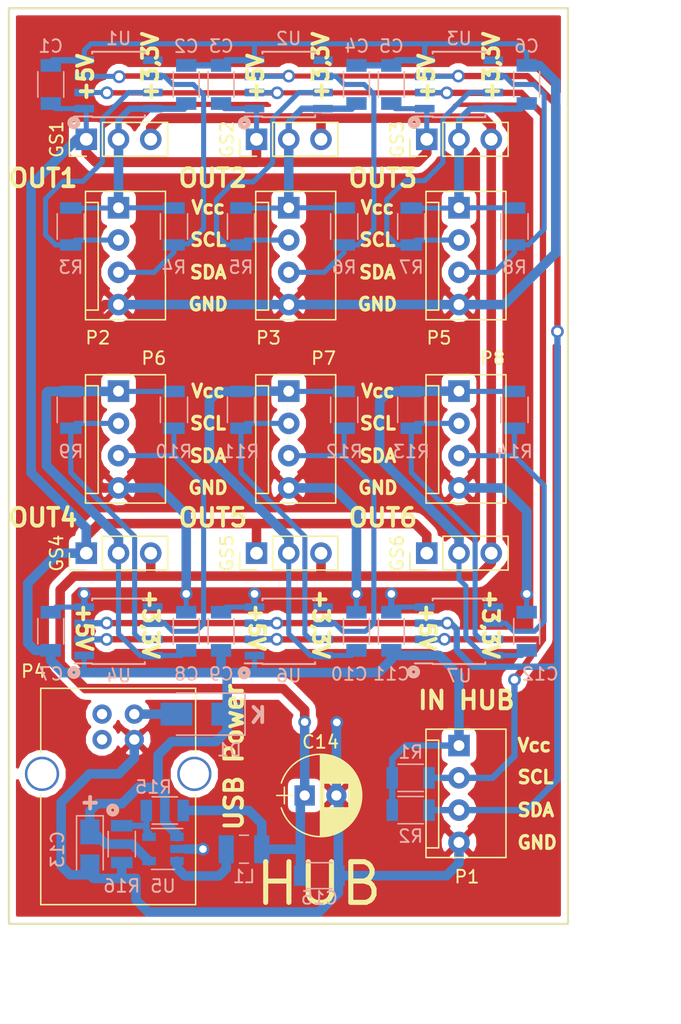
<source format=kicad_pcb>
(kicad_pcb (version 4) (host pcbnew 4.0.6)
  (title_block (title "Microduino HUB DE") (date "24 dicembre 2017") (rev 0.0))
  (layers (0 F.Cu signal) (31 B.Cu signal) (34 B.Paste user) (35 F.Paste user) (36 B.SilkS user) (37 F.SilkS user) (38 B.Mask user) (39 F.Mask user) (44 Edge.Cuts user))
  (net 0 "")
  (net 1 +3V3)
  (net 2 +5V)
  (net 3 /SDA)
  (net 4 /SCL)
  (net 5 GND)
  (net 6 "Net-(C2-Pad1)")
  (net 7 "Net-(C4-Pad1)")
  (net 8 "Net-(C6-Pad1)")
  (net 9 "Net-(C8-Pad1)")
  (net 10 "Net-(C10-Pad1)")
  (net 11 "Net-(C12-Pad1)")
  (net 12 "Net-(P2-Pad2)")
  (net 13 "Net-(P2-Pad3)")
  (net 14 "Net-(P3-Pad2)")
  (net 15 "Net-(P3-Pad3)")
  (net 16 "Net-(P4-Pad2)")
  (net 17 "Net-(P4-Pad3)")
  (net 18 "Net-(P5-Pad2)")
  (net 19 "Net-(P5-Pad3)")
  (net 20 "Net-(P6-Pad2)")
  (net 21 "Net-(P6-Pad3)")
  (net 22 "Net-(P7-Pad2)")
  (net 23 "Net-(P7-Pad3)")
  (net 24 "Net-(P8-Pad2)")
  (net 25 "Net-(P8-Pad3)")
  (net 26 "Net-(U1-Pad5)")
  (net 27 "Net-(U2-Pad5)")
  (net 28 "Net-(U3-Pad5)")
  (net 29 "Net-(U4-Pad5)")
  (net 30 "Net-(U6-Pad5)")
  (net 31 "Net-(U7-Pad5)")
  (net 32 "Net-(D1-Pad2)")
  (net 33 "Net-(L1-Pad1)")
  (net 34 "Net-(R15-Pad2)")
  (net 35 "Net-(P4-Pad5)")
  (module Connectors:USB_B (layer F.Cu) (at 137.44 104.46 270)
    (fp_text reference P4 (at -3.37 7.94 360) (layer F.SilkS))
    (fp_text value USB_B)
    (pad 2 thru_hole circle (at 0 2.54 180) (size 1.52 1.52) (drill 0.81) (layers *.Cu *.Mask) (net 16 "Net-(P4-Pad2)"))
    (pad 1 thru_hole circle (at 0 0 180) (size 1.52 1.52) (drill 0.81) (layers *.Cu *.Mask) (net 32 "Net-(D1-Pad2)"))
    (pad 4 thru_hole circle (at 2 0 180) (size 1.52 1.52) (drill 0.81) (layers *.Cu *.Mask) (net 5 GND))
    (pad 3 thru_hole circle (at 2 2.54 180) (size 1.52 1.52) (drill 0.81) (layers *.Cu *.Mask) (net 17 "Net-(P4-Pad3)"))
    (pad 5 thru_hole circle (at 4.7 7.27 180) (size 2.7 2.7) (drill 2.3) (layers *.Cu *.Mask) (net 35 "Net-(P4-Pad5)"))
    (pad "" thru_hole circle (at 4.7 -4.73 180) (size 2.7 2.7) (drill 2.3) (layers *.Cu *.Mask))
  )
  (module Resistors_SMD:R_1206 (layer B.Cu) (at 159.258 66.0908 270)
    (fp_text reference R7 (at 3.2092 -0.002 360) (layer B.SilkS) (effects (justify mirror)))
    (fp_text value 2k2)
    (pad 1 smd rect (at -1.45 0 270) (size 0.9 1.7) (layers B.Cu B.Paste B.Mask) (net 8 "Net-(C6-Pad1)"))
    (pad 2 smd rect (at 1.45 0 270) (size 0.9 1.7) (layers B.Cu B.Paste B.Mask) (net 18 "Net-(P5-Pad2)"))
  )
  (module Capacitors_SMD:C_1206 (layer B.Cu) (at 130.8608 54.9148 90)
    (fp_text reference C1 (at 3.0148 -0.0108 180) (layer B.SilkS) (effects (justify mirror)))
    (fp_text value 100n)
    (pad 1 smd rect (at -1.5 0 90) (size 1 1.6) (layers B.Cu B.Paste B.Mask) (net 2 +5V))
    (pad 2 smd rect (at 1.5 0 90) (size 1 1.6) (layers B.Cu B.Paste B.Mask) (net 5 GND))
  )
  (module Capacitors_SMD:C_1206 (layer B.Cu) (at 141.5288 54.9148 90)
    (fp_text reference C2 (at 3.0048 0.0012 180) (layer B.SilkS) (effects (justify mirror)))
    (fp_text value 100n)
    (pad 1 smd rect (at -1.5 0 90) (size 1 1.6) (layers B.Cu B.Paste B.Mask) (net 6 "Net-(C2-Pad1)"))
    (pad 2 smd rect (at 1.5 0 90) (size 1 1.6) (layers B.Cu B.Paste B.Mask) (net 5 GND))
  )
  (module Capacitors_SMD:C_1206 (layer B.Cu) (at 144.272 54.9148 90)
    (fp_text reference C3 (at 3.0148 0.018 180) (layer B.SilkS) (effects (justify mirror)))
    (fp_text value 100n)
    (pad 1 smd rect (at -1.5 0 90) (size 1 1.6) (layers B.Cu B.Paste B.Mask) (net 2 +5V))
    (pad 2 smd rect (at 1.5 0 90) (size 1 1.6) (layers B.Cu B.Paste B.Mask) (net 5 GND))
  )
  (module Capacitors_SMD:C_1206 (layer B.Cu) (at 154.94 54.9148 90)
    (fp_text reference C4 (at 3.0148 0.02 180) (layer B.SilkS) (effects (justify mirror)))
    (fp_text value 100n)
    (pad 1 smd rect (at -1.5 0 90) (size 1 1.6) (layers B.Cu B.Paste B.Mask) (net 7 "Net-(C4-Pad1)"))
    (pad 2 smd rect (at 1.5 0 90) (size 1 1.6) (layers B.Cu B.Paste B.Mask) (net 5 GND))
  )
  (module Capacitors_SMD:C_1206 (layer B.Cu) (at 157.6832 54.9148 90)
    (fp_text reference C5 (at 3.0148 0.0068 180) (layer B.SilkS) (effects (justify mirror)))
    (fp_text value 100n)
    (pad 1 smd rect (at -1.5 0 90) (size 1 1.6) (layers B.Cu B.Paste B.Mask) (net 2 +5V))
    (pad 2 smd rect (at 1.5 0 90) (size 1 1.6) (layers B.Cu B.Paste B.Mask) (net 5 GND))
  )
  (module Capacitors_SMD:C_1206 (layer B.Cu) (at 168.3512 54.9148 90)
    (fp_text reference C6 (at 3.0148 -0.0112 180) (layer B.SilkS) (effects (justify mirror)))
    (fp_text value 100n)
    (pad 1 smd rect (at -1.5 0 90) (size 1 1.6) (layers B.Cu B.Paste B.Mask) (net 8 "Net-(C6-Pad1)"))
    (pad 2 smd rect (at 1.5 0 90) (size 1 1.6) (layers B.Cu B.Paste B.Mask) (net 5 GND))
  )
  (module Capacitors_SMD:C_1206 (layer B.Cu) (at 130.8608 97.9424 90)
    (fp_text reference C7 (at -3.3576 0.0192 180) (layer B.SilkS) (effects (justify mirror)))
    (fp_text value 100n)
    (pad 1 smd rect (at -1.5 0 90) (size 1 1.6) (layers B.Cu B.Paste B.Mask) (net 2 +5V))
    (pad 2 smd rect (at 1.5 0 90) (size 1 1.6) (layers B.Cu B.Paste B.Mask) (net 5 GND))
  )
  (module Capacitors_SMD:C_1206 (layer B.Cu) (at 141.5288 97.9424 90)
    (fp_text reference C8 (at -3.3576 0.0212 180) (layer B.SilkS) (effects (justify mirror)))
    (fp_text value 100n)
    (pad 1 smd rect (at -1.5 0 90) (size 1 1.6) (layers B.Cu B.Paste B.Mask) (net 9 "Net-(C8-Pad1)"))
    (pad 2 smd rect (at 1.5 0 90) (size 1 1.6) (layers B.Cu B.Paste B.Mask) (net 5 GND))
  )
  (module Capacitors_SMD:C_1206 (layer B.Cu) (at 144.272 97.9424 90)
    (fp_text reference C9 (at -3.3576 0.018 180) (layer B.SilkS) (effects (justify mirror)))
    (fp_text value 100n)
    (pad 1 smd rect (at -1.5 0 90) (size 1 1.6) (layers B.Cu B.Paste B.Mask) (net 2 +5V))
    (pad 2 smd rect (at 1.5 0 90) (size 1 1.6) (layers B.Cu B.Paste B.Mask) (net 5 GND))
  )
  (module Capacitors_SMD:C_1206 (layer B.Cu) (at 154.94 97.9424 90)
    (fp_text reference C10 (at -3.3676 -0.57 180) (layer B.SilkS) (effects (justify mirror)))
    (fp_text value 100n)
    (pad 1 smd rect (at -1.5 0 90) (size 1 1.6) (layers B.Cu B.Paste B.Mask) (net 10 "Net-(C10-Pad1)"))
    (pad 2 smd rect (at 1.5 0 90) (size 1 1.6) (layers B.Cu B.Paste B.Mask) (net 5 GND))
  )
  (module Capacitors_SMD:C_1206 (layer B.Cu) (at 157.6832 97.9424 90)
    (fp_text reference C11 (at -3.3576 0.0168 180) (layer B.SilkS) (effects (justify mirror)))
    (fp_text value 100n)
    (pad 1 smd rect (at -1.5 0 90) (size 1 1.6) (layers B.Cu B.Paste B.Mask) (net 2 +5V))
    (pad 2 smd rect (at 1.5 0 90) (size 1 1.6) (layers B.Cu B.Paste B.Mask) (net 5 GND))
  )
  (module Capacitors_SMD:C_1206 (layer B.Cu) (at 168.3512 97.9424 90)
    (fp_text reference C12 (at -3.3576 1.0688 180) (layer B.SilkS) (effects (justify mirror)))
    (fp_text value 100n)
    (pad 1 smd rect (at -1.5 0 90) (size 1 1.6) (layers B.Cu B.Paste B.Mask) (net 11 "Net-(C12-Pad1)"))
    (pad 2 smd rect (at 1.5 0 90) (size 1 1.6) (layers B.Cu B.Paste B.Mask) (net 5 GND))
  )
  (module Capacitors_SMD:C_1206 (layer B.Cu) (at 152.02 117.17)
    (fp_text reference C15 (at 0 1.75) (layer B.SilkS) (effects (justify mirror)))
    (fp_text value 100n)
    (pad 1 smd rect (at -1.5 0) (size 1 1.6) (layers B.Cu B.Paste B.Mask) (net 1 +3V3))
    (pad 2 smd rect (at 1.5 0) (size 1 1.6) (layers B.Cu B.Paste B.Mask) (net 5 GND))
  )
  (module Resistors_SMD:R_1206 (layer B.Cu) (at 159.2072 109.474)
    (fp_text reference R1 (at 0.0028 -2.024) (layer B.SilkS) (effects (justify mirror)))
    (fp_text value 2k2)
    (pad 1 smd rect (at -1.45 0) (size 0.9 1.7) (layers B.Cu B.Paste B.Mask) (net 2 +5V))
    (pad 2 smd rect (at 1.45 0) (size 0.9 1.7) (layers B.Cu B.Paste B.Mask) (net 4 /SCL))
  )
  (module Resistors_SMD:R_1206 (layer B.Cu) (at 159.2072 112.014)
    (fp_text reference R2 (at 0.0028 2.046) (layer B.SilkS) (effects (justify mirror)))
    (fp_text value 2k2)
    (pad 1 smd rect (at -1.45 0) (size 0.9 1.7) (layers B.Cu B.Paste B.Mask) (net 2 +5V))
    (pad 2 smd rect (at 1.45 0) (size 0.9 1.7) (layers B.Cu B.Paste B.Mask) (net 3 /SDA))
  )
  (module Resistors_SMD:R_1206 (layer B.Cu) (at 132.4356 66.0908 270)
    (fp_text reference R3 (at 3.2092 -0.0044 360) (layer B.SilkS) (effects (justify mirror)))
    (fp_text value 2k2)
    (pad 1 smd rect (at -1.45 0 270) (size 0.9 1.7) (layers B.Cu B.Paste B.Mask) (net 6 "Net-(C2-Pad1)"))
    (pad 2 smd rect (at 1.45 0 270) (size 0.9 1.7) (layers B.Cu B.Paste B.Mask) (net 12 "Net-(P2-Pad2)"))
  )
  (module Resistors_SMD:R_1206 (layer B.Cu) (at 140.5636 66.0908 270)
    (fp_text reference R4 (at 3.2092 0.0036 360) (layer B.SilkS) (effects (justify mirror)))
    (fp_text value 2k2)
    (pad 1 smd rect (at -1.45 0 270) (size 0.9 1.7) (layers B.Cu B.Paste B.Mask) (net 6 "Net-(C2-Pad1)"))
    (pad 2 smd rect (at 1.45 0 270) (size 0.9 1.7) (layers B.Cu B.Paste B.Mask) (net 13 "Net-(P2-Pad3)"))
  )
  (module Resistors_SMD:R_1206 (layer B.Cu) (at 145.8468 66.0908 270)
    (fp_text reference R5 (at 3.2092 0.0068 360) (layer B.SilkS) (effects (justify mirror)))
    (fp_text value 2k2)
    (pad 1 smd rect (at -1.45 0 270) (size 0.9 1.7) (layers B.Cu B.Paste B.Mask) (net 7 "Net-(C4-Pad1)"))
    (pad 2 smd rect (at 1.45 0 270) (size 0.9 1.7) (layers B.Cu B.Paste B.Mask) (net 14 "Net-(P3-Pad2)"))
  )
  (module Resistors_SMD:R_1206 (layer B.Cu) (at 153.9748 66.0908 270)
    (fp_text reference R6 (at 3.2092 0.0048 360) (layer B.SilkS) (effects (justify mirror)))
    (fp_text value 2k2)
    (pad 1 smd rect (at -1.45 0 270) (size 0.9 1.7) (layers B.Cu B.Paste B.Mask) (net 7 "Net-(C4-Pad1)"))
    (pad 2 smd rect (at 1.45 0 270) (size 0.9 1.7) (layers B.Cu B.Paste B.Mask) (net 15 "Net-(P3-Pad3)"))
  )
  (module Resistors_SMD:R_1206 (layer B.Cu) (at 167.386 66.0908 270)
    (fp_text reference R8 (at 3.2092 -0.004 360) (layer B.SilkS) (effects (justify mirror)))
    (fp_text value 2k2)
    (pad 1 smd rect (at -1.45 0 270) (size 0.9 1.7) (layers B.Cu B.Paste B.Mask) (net 8 "Net-(C6-Pad1)"))
    (pad 2 smd rect (at 1.45 0 270) (size 0.9 1.7) (layers B.Cu B.Paste B.Mask) (net 19 "Net-(P5-Pad3)"))
  )
  (module Resistors_SMD:R_1206 (layer B.Cu) (at 132.4356 80.518 270)
    (fp_text reference R9 (at 3.282 -0.0144 360) (layer B.SilkS) (effects (justify mirror)))
    (fp_text value 2k2)
    (pad 1 smd rect (at -1.45 0 270) (size 0.9 1.7) (layers B.Cu B.Paste B.Mask) (net 9 "Net-(C8-Pad1)"))
    (pad 2 smd rect (at 1.45 0 270) (size 0.9 1.7) (layers B.Cu B.Paste B.Mask) (net 20 "Net-(P6-Pad2)"))
  )
  (module Resistors_SMD:R_1206 (layer B.Cu) (at 140.5636 80.518 270)
    (fp_text reference R10 (at 3.282 0.0136 360) (layer B.SilkS) (effects (justify mirror)))
    (fp_text value 2k2)
    (pad 1 smd rect (at -1.45 0 270) (size 0.9 1.7) (layers B.Cu B.Paste B.Mask) (net 9 "Net-(C8-Pad1)"))
    (pad 2 smd rect (at 1.45 0 270) (size 0.9 1.7) (layers B.Cu B.Paste B.Mask) (net 21 "Net-(P6-Pad3)"))
  )
  (module Resistors_SMD:R_1206 (layer B.Cu) (at 145.8468 80.518 270)
    (fp_text reference R11 (at 3.282 0.0168 360) (layer B.SilkS) (effects (justify mirror)))
    (fp_text value 2k2)
    (pad 1 smd rect (at -1.45 0 270) (size 0.9 1.7) (layers B.Cu B.Paste B.Mask) (net 10 "Net-(C10-Pad1)"))
    (pad 2 smd rect (at 1.45 0 270) (size 0.9 1.7) (layers B.Cu B.Paste B.Mask) (net 22 "Net-(P7-Pad2)"))
  )
  (module Resistors_SMD:R_1206 (layer B.Cu) (at 153.9748 80.518 270)
    (fp_text reference R12 (at 3.282 -0.0052 360) (layer B.SilkS) (effects (justify mirror)))
    (fp_text value 2k2)
    (pad 1 smd rect (at -1.45 0 270) (size 0.9 1.7) (layers B.Cu B.Paste B.Mask) (net 10 "Net-(C10-Pad1)"))
    (pad 2 smd rect (at 1.45 0 270) (size 0.9 1.7) (layers B.Cu B.Paste B.Mask) (net 23 "Net-(P7-Pad3)"))
  )
  (module Resistors_SMD:R_1206 (layer B.Cu) (at 159.258 80.518 270)
    (fp_text reference R13 (at 3.282 0.008 360) (layer B.SilkS) (effects (justify mirror)))
    (fp_text value 2k2)
    (pad 1 smd rect (at -1.45 0 270) (size 0.9 1.7) (layers B.Cu B.Paste B.Mask) (net 11 "Net-(C12-Pad1)"))
    (pad 2 smd rect (at 1.45 0 270) (size 0.9 1.7) (layers B.Cu B.Paste B.Mask) (net 24 "Net-(P8-Pad2)"))
  )
  (module Resistors_SMD:R_1206 (layer B.Cu) (at 167.386 80.518 270)
    (fp_text reference R14 (at 3.282 0.006 360) (layer B.SilkS) (effects (justify mirror)))
    (fp_text value 2k2)
    (pad 1 smd rect (at -1.45 0 270) (size 0.9 1.7) (layers B.Cu B.Paste B.Mask) (net 11 "Net-(C12-Pad1)"))
    (pad 2 smd rect (at 1.45 0 270) (size 0.9 1.7) (layers B.Cu B.Paste B.Mask) (net 25 "Net-(P8-Pad3)"))
  )
  (module Housings_SOIC:SOIC-8_3.9x4.9mm_Pitch1.27mm (layer B.Cu) (at 136.1948 54.9148)
    (fp_text reference U1 (at 0.0052 -3.6148) (layer B.SilkS) (effects (justify mirror)))
    (fp_text value PCA9517A)
    (pad 1 smd rect (at -2.7 1.905) (size 1.55 0.6) (layers B.Cu B.Paste B.Mask) (net 2 +5V))
    (pad 2 smd rect (at -2.7 0.635) (size 1.55 0.6) (layers B.Cu B.Paste B.Mask) (net 4 /SCL))
    (pad 3 smd rect (at -2.7 -0.635) (size 1.55 0.6) (layers B.Cu B.Paste B.Mask) (net 3 /SDA))
    (pad 4 smd rect (at -2.7 -1.905) (size 1.55 0.6) (layers B.Cu B.Paste B.Mask) (net 5 GND))
    (pad 5 smd rect (at 2.7 -1.905) (size 1.55 0.6) (layers B.Cu B.Paste B.Mask) (net 26 "Net-(U1-Pad5)"))
    (pad 6 smd rect (at 2.7 -0.635) (size 1.55 0.6) (layers B.Cu B.Paste B.Mask) (net 13 "Net-(P2-Pad3)"))
    (pad 7 smd rect (at 2.7 0.635) (size 1.55 0.6) (layers B.Cu B.Paste B.Mask) (net 12 "Net-(P2-Pad2)"))
    (pad 8 smd rect (at 2.7 1.905) (size 1.55 0.6) (layers B.Cu B.Paste B.Mask) (net 6 "Net-(C2-Pad1)"))
  )
  (module Housings_SOIC:SOIC-8_3.9x4.9mm_Pitch1.27mm (layer B.Cu) (at 149.606 54.9148)
    (fp_text reference U2 (at -0.006 -3.6148) (layer B.SilkS) (effects (justify mirror)))
    (fp_text value PCA9517A)
    (pad 1 smd rect (at -2.7 1.905) (size 1.55 0.6) (layers B.Cu B.Paste B.Mask) (net 2 +5V))
    (pad 2 smd rect (at -2.7 0.635) (size 1.55 0.6) (layers B.Cu B.Paste B.Mask) (net 4 /SCL))
    (pad 3 smd rect (at -2.7 -0.635) (size 1.55 0.6) (layers B.Cu B.Paste B.Mask) (net 3 /SDA))
    (pad 4 smd rect (at -2.7 -1.905) (size 1.55 0.6) (layers B.Cu B.Paste B.Mask) (net 5 GND))
    (pad 5 smd rect (at 2.7 -1.905) (size 1.55 0.6) (layers B.Cu B.Paste B.Mask) (net 27 "Net-(U2-Pad5)"))
    (pad 6 smd rect (at 2.7 -0.635) (size 1.55 0.6) (layers B.Cu B.Paste B.Mask) (net 15 "Net-(P3-Pad3)"))
    (pad 7 smd rect (at 2.7 0.635) (size 1.55 0.6) (layers B.Cu B.Paste B.Mask) (net 14 "Net-(P3-Pad2)"))
    (pad 8 smd rect (at 2.7 1.905) (size 1.55 0.6) (layers B.Cu B.Paste B.Mask) (net 7 "Net-(C4-Pad1)"))
  )
  (module Housings_SOIC:SOIC-8_3.9x4.9mm_Pitch1.27mm (layer B.Cu) (at 163.0172 54.9148)
    (fp_text reference U3 (at 0.0128 -3.6148) (layer B.SilkS) (effects (justify mirror)))
    (fp_text value PCA9517A)
    (pad 1 smd rect (at -2.7 1.905) (size 1.55 0.6) (layers B.Cu B.Paste B.Mask) (net 2 +5V))
    (pad 2 smd rect (at -2.7 0.635) (size 1.55 0.6) (layers B.Cu B.Paste B.Mask) (net 4 /SCL))
    (pad 3 smd rect (at -2.7 -0.635) (size 1.55 0.6) (layers B.Cu B.Paste B.Mask) (net 3 /SDA))
    (pad 4 smd rect (at -2.7 -1.905) (size 1.55 0.6) (layers B.Cu B.Paste B.Mask) (net 5 GND))
    (pad 5 smd rect (at 2.7 -1.905) (size 1.55 0.6) (layers B.Cu B.Paste B.Mask) (net 28 "Net-(U3-Pad5)"))
    (pad 6 smd rect (at 2.7 -0.635) (size 1.55 0.6) (layers B.Cu B.Paste B.Mask) (net 19 "Net-(P5-Pad3)"))
    (pad 7 smd rect (at 2.7 0.635) (size 1.55 0.6) (layers B.Cu B.Paste B.Mask) (net 18 "Net-(P5-Pad2)"))
    (pad 8 smd rect (at 2.7 1.905) (size 1.55 0.6) (layers B.Cu B.Paste B.Mask) (net 8 "Net-(C6-Pad1)"))
  )
  (module Housings_SOIC:SOIC-8_3.9x4.9mm_Pitch1.27mm (layer B.Cu) (at 136.1948 97.9424)
    (fp_text reference U4 (at 0 3.5) (layer B.SilkS) (effects (justify mirror)))
    (fp_text value PCA9517A)
    (pad 1 smd rect (at -2.7 1.905) (size 1.55 0.6) (layers B.Cu B.Paste B.Mask) (net 2 +5V))
    (pad 2 smd rect (at -2.7 0.635) (size 1.55 0.6) (layers B.Cu B.Paste B.Mask) (net 4 /SCL))
    (pad 3 smd rect (at -2.7 -0.635) (size 1.55 0.6) (layers B.Cu B.Paste B.Mask) (net 3 /SDA))
    (pad 4 smd rect (at -2.7 -1.905) (size 1.55 0.6) (layers B.Cu B.Paste B.Mask) (net 5 GND))
    (pad 5 smd rect (at 2.7 -1.905) (size 1.55 0.6) (layers B.Cu B.Paste B.Mask) (net 29 "Net-(U4-Pad5)"))
    (pad 6 smd rect (at 2.7 -0.635) (size 1.55 0.6) (layers B.Cu B.Paste B.Mask) (net 21 "Net-(P6-Pad3)"))
    (pad 7 smd rect (at 2.7 0.635) (size 1.55 0.6) (layers B.Cu B.Paste B.Mask) (net 20 "Net-(P6-Pad2)"))
    (pad 8 smd rect (at 2.7 1.905) (size 1.55 0.6) (layers B.Cu B.Paste B.Mask) (net 9 "Net-(C8-Pad1)"))
  )
  (module Housings_SOIC:SOIC-8_3.9x4.9mm_Pitch1.27mm (layer B.Cu) (at 149.606 97.9424)
    (fp_text reference U6 (at 0 3.5) (layer B.SilkS) (effects (justify mirror)))
    (fp_text value PCA9517A)
    (pad 1 smd rect (at -2.7 1.905) (size 1.55 0.6) (layers B.Cu B.Paste B.Mask) (net 2 +5V))
    (pad 2 smd rect (at -2.7 0.635) (size 1.55 0.6) (layers B.Cu B.Paste B.Mask) (net 4 /SCL))
    (pad 3 smd rect (at -2.7 -0.635) (size 1.55 0.6) (layers B.Cu B.Paste B.Mask) (net 3 /SDA))
    (pad 4 smd rect (at -2.7 -1.905) (size 1.55 0.6) (layers B.Cu B.Paste B.Mask) (net 5 GND))
    (pad 5 smd rect (at 2.7 -1.905) (size 1.55 0.6) (layers B.Cu B.Paste B.Mask) (net 30 "Net-(U6-Pad5)"))
    (pad 6 smd rect (at 2.7 -0.635) (size 1.55 0.6) (layers B.Cu B.Paste B.Mask) (net 23 "Net-(P7-Pad3)"))
    (pad 7 smd rect (at 2.7 0.635) (size 1.55 0.6) (layers B.Cu B.Paste B.Mask) (net 22 "Net-(P7-Pad2)"))
    (pad 8 smd rect (at 2.7 1.905) (size 1.55 0.6) (layers B.Cu B.Paste B.Mask) (net 10 "Net-(C10-Pad1)"))
  )
  (module Housings_SOIC:SOIC-8_3.9x4.9mm_Pitch1.27mm (layer B.Cu) (at 163.0172 97.9424)
    (fp_text reference U7 (at 0 3.5) (layer B.SilkS) (effects (justify mirror)))
    (fp_text value PCA9517A)
    (pad 1 smd rect (at -2.7 1.905) (size 1.55 0.6) (layers B.Cu B.Paste B.Mask) (net 2 +5V))
    (pad 2 smd rect (at -2.7 0.635) (size 1.55 0.6) (layers B.Cu B.Paste B.Mask) (net 4 /SCL))
    (pad 3 smd rect (at -2.7 -0.635) (size 1.55 0.6) (layers B.Cu B.Paste B.Mask) (net 3 /SDA))
    (pad 4 smd rect (at -2.7 -1.905) (size 1.55 0.6) (layers B.Cu B.Paste B.Mask) (net 5 GND))
    (pad 5 smd rect (at 2.7 -1.905) (size 1.55 0.6) (layers B.Cu B.Paste B.Mask) (net 31 "Net-(U7-Pad5)"))
    (pad 6 smd rect (at 2.7 -0.635) (size 1.55 0.6) (layers B.Cu B.Paste B.Mask) (net 25 "Net-(P8-Pad3)"))
    (pad 7 smd rect (at 2.7 0.635) (size 1.55 0.6) (layers B.Cu B.Paste B.Mask) (net 24 "Net-(P8-Pad2)"))
    (pad 8 smd rect (at 2.7 1.905) (size 1.55 0.6) (layers B.Cu B.Paste B.Mask) (net 11 "Net-(C12-Pad1)"))
  )
  (module Pin_Headers:Pin_Header_Straight_1x03_Pitch2.54mm (layer F.Cu) (at 133.6548 59.2328 90)
    (fp_text reference GS1 (at 0 -2.33 90) (layer F.SilkS))
    (fp_text value GS3)
    (pad 1 thru_hole rect (at 0 0 90) (size 1.7 1.7) (drill 1) (layers *.Cu *.Mask) (net 2 +5V))
    (pad 2 thru_hole oval (at 0 2.54 90) (size 1.7 1.7) (drill 1) (layers *.Cu *.Mask) (net 6 "Net-(C2-Pad1)"))
    (pad 3 thru_hole oval (at 0 5.08 90) (size 1.7 1.7) (drill 1) (layers *.Cu *.Mask) (net 1 +3V3))
  )
  (module Pin_Headers:Pin_Header_Straight_1x03_Pitch2.54mm (layer F.Cu) (at 147.066 59.2328 90)
    (fp_text reference GS2 (at 0 -2.33 90) (layer F.SilkS))
    (fp_text value GS3)
    (pad 1 thru_hole rect (at 0 0 90) (size 1.7 1.7) (drill 1) (layers *.Cu *.Mask) (net 2 +5V))
    (pad 2 thru_hole oval (at 0 2.54 90) (size 1.7 1.7) (drill 1) (layers *.Cu *.Mask) (net 7 "Net-(C4-Pad1)"))
    (pad 3 thru_hole oval (at 0 5.08 90) (size 1.7 1.7) (drill 1) (layers *.Cu *.Mask) (net 1 +3V3))
  )
  (module Pin_Headers:Pin_Header_Straight_1x03_Pitch2.54mm (layer F.Cu) (at 160.4772 59.2328 90)
    (fp_text reference GS3 (at 0 -2.33 90) (layer F.SilkS))
    (fp_text value GS3)
    (pad 1 thru_hole rect (at 0 0 90) (size 1.7 1.7) (drill 1) (layers *.Cu *.Mask) (net 2 +5V))
    (pad 2 thru_hole oval (at 0 2.54 90) (size 1.7 1.7) (drill 1) (layers *.Cu *.Mask) (net 8 "Net-(C6-Pad1)"))
    (pad 3 thru_hole oval (at 0 5.08 90) (size 1.7 1.7) (drill 1) (layers *.Cu *.Mask) (net 1 +3V3))
  )
  (module Pin_Headers:Pin_Header_Straight_1x03_Pitch2.54mm (layer F.Cu) (at 133.6548 91.7956 90)
    (fp_text reference GS4 (at 0 -2.33 90) (layer F.SilkS))
    (fp_text value GS3)
    (pad 1 thru_hole rect (at 0 0 90) (size 1.7 1.7) (drill 1) (layers *.Cu *.Mask) (net 2 +5V))
    (pad 2 thru_hole oval (at 0 2.54 90) (size 1.7 1.7) (drill 1) (layers *.Cu *.Mask) (net 9 "Net-(C8-Pad1)"))
    (pad 3 thru_hole oval (at 0 5.08 90) (size 1.7 1.7) (drill 1) (layers *.Cu *.Mask) (net 1 +3V3))
  )
  (module Pin_Headers:Pin_Header_Straight_1x03_Pitch2.54mm (layer F.Cu) (at 147.066 91.7956 90)
    (fp_text reference GS5 (at 0 -2.33 90) (layer F.SilkS))
    (fp_text value GS3)
    (pad 1 thru_hole rect (at 0 0 90) (size 1.7 1.7) (drill 1) (layers *.Cu *.Mask) (net 2 +5V))
    (pad 2 thru_hole oval (at 0 2.54 90) (size 1.7 1.7) (drill 1) (layers *.Cu *.Mask) (net 10 "Net-(C10-Pad1)"))
    (pad 3 thru_hole oval (at 0 5.08 90) (size 1.7 1.7) (drill 1) (layers *.Cu *.Mask) (net 1 +3V3))
  )
  (module Pin_Headers:Pin_Header_Straight_1x03_Pitch2.54mm (layer F.Cu) (at 160.4772 91.7956 90)
    (fp_text reference GS6 (at 0 -2.33 90) (layer F.SilkS))
    (fp_text value GS3)
    (pad 1 thru_hole rect (at 0 0 90) (size 1.7 1.7) (drill 1) (layers *.Cu *.Mask) (net 2 +5V))
    (pad 2 thru_hole oval (at 0 2.54 90) (size 1.7 1.7) (drill 1) (layers *.Cu *.Mask) (net 11 "Net-(C12-Pad1)"))
    (pad 3 thru_hole oval (at 0 5.08 90) (size 1.7 1.7) (drill 1) (layers *.Cu *.Mask) (net 1 +3V3))
  )
  (module Diodes_SMD:D_SMA_Standard (layer B.Cu) (at 142.76 104.46 180)
    (fp_text reference D1 (at -2.16 -2.81 180) (layer B.SilkS) (effects (justify mirror)))
    (fp_text value SK34SMA)
    (pad 1 smd rect (at -2 0 180) (size 2.5 1.8) (layers B.Cu B.Paste B.Mask) (net 2 +5V))
    (pad 2 smd rect (at 2 0 180) (size 2.5 1.8) (layers B.Cu B.Paste B.Mask) (net 32 "Net-(D1-Pad2)"))
  )
  (module Capacitors_THT:CP_Radial_D6.3mm_P2.50mm (layer F.Cu) (at 150.86 110.86)
    (fp_text reference C14 (at 1.25 -4.21) (layer F.SilkS))
    (fp_text value 100uF)
    (pad 1 thru_hole rect (at 0 0) (size 1.6 1.6) (drill 0.8) (layers *.Cu *.Mask) (net 1 +3V3))
    (pad 2 thru_hole circle (at 2.5 0) (size 1.6 1.6) (drill 0.8) (layers *.Cu *.Mask) (net 5 GND))
  )
  (module Libreria_PCB_mia:WURTH_4pin_straight_61900411121 (layer F.Cu) (at 163.0172 106.934 270)
    (fp_text reference P1 (at 10.326 -0.6228 360) (layer F.SilkS))
    (fp_text value CONN_01X04)
    (pad 1 thru_hole rect (at 0 0 270) (size 1.7 1.7) (drill 0.85) (layers *.Cu *.Mask) (net 2 +5V))
    (pad 2 thru_hole circle (at 2.54 0 270) (size 1.7 1.7) (drill 0.85) (layers *.Cu *.Mask) (net 4 /SCL))
    (pad 3 thru_hole circle (at 5.08 0 270) (size 1.7 1.7) (drill 0.85) (layers *.Cu *.Mask) (net 3 /SDA))
    (pad 4 thru_hole circle (at 7.62 0 270) (size 1.7 1.7) (drill 0.85) (layers *.Cu *.Mask) (net 5 GND))
  )
  (module Libreria_PCB_mia:WURTH_4pin_straight_61900411121 (layer F.Cu) (at 136.1948 64.6176 270)
    (fp_text reference P2 (at 10.2324 1.6248 360) (layer F.SilkS))
    (fp_text value CONN_01X04)
    (pad 1 thru_hole rect (at 0 0 270) (size 1.7 1.7) (drill 0.85) (layers *.Cu *.Mask) (net 6 "Net-(C2-Pad1)"))
    (pad 2 thru_hole circle (at 2.54 0 270) (size 1.7 1.7) (drill 0.85) (layers *.Cu *.Mask) (net 12 "Net-(P2-Pad2)"))
    (pad 3 thru_hole circle (at 5.08 0 270) (size 1.7 1.7) (drill 0.85) (layers *.Cu *.Mask) (net 13 "Net-(P2-Pad3)"))
    (pad 4 thru_hole circle (at 7.62 0 270) (size 1.7 1.7) (drill 0.85) (layers *.Cu *.Mask) (net 5 GND))
  )
  (module Libreria_PCB_mia:WURTH_4pin_straight_61900411121 (layer F.Cu) (at 149.606 64.6176 270)
    (fp_text reference P3 (at 10.2424 1.596 360) (layer F.SilkS))
    (fp_text value CONN_01X04)
    (pad 1 thru_hole rect (at 0 0 270) (size 1.7 1.7) (drill 0.85) (layers *.Cu *.Mask) (net 7 "Net-(C4-Pad1)"))
    (pad 2 thru_hole circle (at 2.54 0 270) (size 1.7 1.7) (drill 0.85) (layers *.Cu *.Mask) (net 14 "Net-(P3-Pad2)"))
    (pad 3 thru_hole circle (at 5.08 0 270) (size 1.7 1.7) (drill 0.85) (layers *.Cu *.Mask) (net 15 "Net-(P3-Pad3)"))
    (pad 4 thru_hole circle (at 7.62 0 270) (size 1.7 1.7) (drill 0.85) (layers *.Cu *.Mask) (net 5 GND))
  )
  (module Libreria_PCB_mia:WURTH_4pin_straight_61900411121 (layer F.Cu) (at 163.0172 64.6176 270)
    (fp_text reference P5 (at 10.2424 1.5772 360) (layer F.SilkS))
    (fp_text value CONN_01X04)
    (pad 1 thru_hole rect (at 0 0 270) (size 1.7 1.7) (drill 0.85) (layers *.Cu *.Mask) (net 8 "Net-(C6-Pad1)"))
    (pad 2 thru_hole circle (at 2.54 0 270) (size 1.7 1.7) (drill 0.85) (layers *.Cu *.Mask) (net 18 "Net-(P5-Pad2)"))
    (pad 3 thru_hole circle (at 5.08 0 270) (size 1.7 1.7) (drill 0.85) (layers *.Cu *.Mask) (net 19 "Net-(P5-Pad3)"))
    (pad 4 thru_hole circle (at 7.62 0 270) (size 1.7 1.7) (drill 0.85) (layers *.Cu *.Mask) (net 5 GND))
  )
  (module Libreria_PCB_mia:WURTH_4pin_straight_61900411121 (layer F.Cu) (at 136.1948 79.0448 270)
    (fp_text reference P6 (at -2.5848 -2.7852 360) (layer F.SilkS))
    (fp_text value CONN_01X04)
    (pad 1 thru_hole rect (at 0 0 270) (size 1.7 1.7) (drill 0.85) (layers *.Cu *.Mask) (net 9 "Net-(C8-Pad1)"))
    (pad 2 thru_hole circle (at 2.54 0 270) (size 1.7 1.7) (drill 0.85) (layers *.Cu *.Mask) (net 20 "Net-(P6-Pad2)"))
    (pad 3 thru_hole circle (at 5.08 0 270) (size 1.7 1.7) (drill 0.85) (layers *.Cu *.Mask) (net 21 "Net-(P6-Pad3)"))
    (pad 4 thru_hole circle (at 7.62 0 270) (size 1.7 1.7) (drill 0.85) (layers *.Cu *.Mask) (net 5 GND))
  )
  (module Libreria_PCB_mia:WURTH_4pin_straight_61900411121 (layer F.Cu) (at 149.606 79.0448 270)
    (fp_text reference P7 (at -2.5848 -2.744 360) (layer F.SilkS))
    (fp_text value CONN_01X04)
    (pad 1 thru_hole rect (at 0 0 270) (size 1.7 1.7) (drill 0.85) (layers *.Cu *.Mask) (net 10 "Net-(C10-Pad1)"))
    (pad 2 thru_hole circle (at 2.54 0 270) (size 1.7 1.7) (drill 0.85) (layers *.Cu *.Mask) (net 22 "Net-(P7-Pad2)"))
    (pad 3 thru_hole circle (at 5.08 0 270) (size 1.7 1.7) (drill 0.85) (layers *.Cu *.Mask) (net 23 "Net-(P7-Pad3)"))
    (pad 4 thru_hole circle (at 7.62 0 270) (size 1.7 1.7) (drill 0.85) (layers *.Cu *.Mask) (net 5 GND))
  )
  (module Libreria_PCB_mia:WURTH_4pin_straight_61900411121 (layer F.Cu) (at 163.0172 79.0448 270)
    (fp_text reference P8 (at -2.5848 -2.6528 360) (layer F.SilkS))
    (fp_text value CONN_01X04)
    (pad 1 thru_hole rect (at 0 0 270) (size 1.7 1.7) (drill 0.85) (layers *.Cu *.Mask) (net 11 "Net-(C12-Pad1)"))
    (pad 2 thru_hole circle (at 2.54 0 270) (size 1.7 1.7) (drill 0.85) (layers *.Cu *.Mask) (net 24 "Net-(P8-Pad2)"))
    (pad 3 thru_hole circle (at 5.08 0 270) (size 1.7 1.7) (drill 0.85) (layers *.Cu *.Mask) (net 25 "Net-(P8-Pad3)"))
    (pad 4 thru_hole circle (at 7.62 0 270) (size 1.7 1.7) (drill 0.85) (layers *.Cu *.Mask) (net 5 GND))
  )
  (module Capacitors_Tantalum_SMD:CP_Tantalum_Case-A_EIA-3216-18_Reflow (layer B.Cu) (at 133.94 115.11 270)
    (fp_text reference C13 (at 0 2.55 270) (layer B.SilkS) (effects (justify mirror)))
    (fp_text value 10uF)
    (pad 1 smd rect (at -1.375 0 270) (size 1.95 1.5) (layers B.Cu B.Paste B.Mask) (net 2 +5V))
    (pad 2 smd rect (at 1.375 0 270) (size 1.95 1.5) (layers B.Cu B.Paste B.Mask) (net 5 GND))
  )
  (module Libreria_PCB_mia:Induttanza_SMD_2520_Wurth (layer B.Cu) (at 146.08 115.09)
    (fp_text reference L1 (at 0 2.15) (layer B.SilkS) (effects (justify mirror)))
    (fp_text value 2,2uH)
    (pad 1 smd rect (at -1.4 0) (size 1.2 2.2) (layers B.Cu B.Paste B.Mask) (net 33 "Net-(L1-Pad1)"))
    (pad 2 smd rect (at 1.4 0) (size 1.2 2.2) (layers B.Cu B.Paste B.Mask) (net 1 +3V3))
  )
  (module Resistors_SMD:R_1206 (layer B.Cu) (at 139.84 112.04 180)
    (fp_text reference R15 (at 0.89 1.84 180) (layer B.SilkS) (effects (justify mirror)))
    (fp_text value 150k)
    (pad 1 smd rect (at -1.45 0 180) (size 0.9 1.7) (layers B.Cu B.Paste B.Mask) (net 1 +3V3))
    (pad 2 smd rect (at 1.45 0 180) (size 0.9 1.7) (layers B.Cu B.Paste B.Mask) (net 34 "Net-(R15-Pad2)"))
  )
  (module Resistors_SMD:R_1206 (layer B.Cu) (at 136.45 114.69 270)
    (fp_text reference R16 (at 3.29 0 360) (layer B.SilkS) (effects (justify mirror)))
    (fp_text value 33k)
    (pad 1 smd rect (at -1.45 0 270) (size 0.9 1.7) (layers B.Cu B.Paste B.Mask) (net 34 "Net-(R15-Pad2)"))
    (pad 2 smd rect (at 1.45 0 270) (size 0.9 1.7) (layers B.Cu B.Paste B.Mask) (net 5 GND))
  )
  (module TO_SOT_Packages_SMD:SOT-23-5 (layer B.Cu) (at 139.7 115.07 180)
    (fp_text reference U5 (at 0 -2.92 180) (layer B.SilkS) (effects (justify mirror)))
    (fp_text value TLV62569)
    (pad 1 smd rect (at -1.1 0.95 180) (size 1.06 0.65) (layers B.Cu B.Paste B.Mask) (net 2 +5V))
    (pad 2 smd rect (at -1.1 0 180) (size 1.06 0.65) (layers B.Cu B.Paste B.Mask) (net 5 GND))
    (pad 3 smd rect (at -1.1 -0.95 180) (size 1.06 0.65) (layers B.Cu B.Paste B.Mask) (net 33 "Net-(L1-Pad1)"))
    (pad 4 smd rect (at 1.1 -0.95 180) (size 1.06 0.65) (layers B.Cu B.Paste B.Mask) (net 2 +5V))
    (pad 5 smd rect (at 1.1 0.95 180) (size 1.06 0.65) (layers B.Cu B.Paste B.Mask) (net 34 "Net-(R15-Pad2)"))
  )
  (gr_text + (at 133.96 111.35) (layer B.SilkS) (effects (font (size 1.2 1.2) (thickness 0.3)) (justify mirror)))
  (gr_text K (at 147.2 104.55) (layer B.SilkS) (effects (font (size 1.2 1.2) (thickness 0.3)) (justify mirror)))
  (gr_circle (center 135.74 112.01) (end 135.79 112.11) (layer B.SilkS) (width 0.4))
  (gr_circle (center 132.68 101.18) (end 132.73 101.28) (layer B.SilkS) (width 0.4))
  (gr_circle (center 146.11 57.96) (end 146.16 58.06) (layer B.SilkS) (width 0.4))
  (gr_circle (center 132.68 57.93) (end 132.73 58.03) (layer B.SilkS) (width 0.4))
  (gr_circle (center 159.49 57.9) (end 159.54 58) (layer B.SilkS) (width 0.4))
  (gr_circle (center 159.44 101.14) (end 159.49 101.24) (layer B.SilkS) (width 0.4))
  (gr_circle (center 146.09 101.21) (end 146.14 101.31) (layer B.SilkS) (width 0.4))
  (gr_text HUB (at 151.98 117.81) (layer F.SilkS) (effects (font (size 3.2 3.2) (thickness 0.4))))
  (gr_line (start 171.6 48.92) (end 127.57 48.92) (angle 90) (layer F.SilkS) (width 0.2))
  (gr_line (start 171.6 120.96) (end 171.6 48.92) (angle 90) (layer F.SilkS) (width 0.2))
  (gr_line (start 127.57 120.96) (end 171.6 120.96) (angle 90) (layer F.SilkS) (width 0.2))
  (gr_line (start 127.57 48.92) (end 127.57 120.96) (angle 90) (layer F.SilkS) (width 0.2))
  (gr_text "USB Power" (at 145.29 107.82 90) (layer F.SilkS) (effects (font (size 1.4 1.4) (thickness 0.3))))
  (gr_text GND (at 167.49 114.57) (layer F.SilkS) (effects (font (size 1 1) (thickness 0.25)) (justify left)))
  (gr_text SDA (at 167.5 112.01) (layer F.SilkS) (effects (font (size 1 1) (thickness 0.25)) (justify left)))
  (gr_text SCL (at 167.5 109.42) (layer F.SilkS) (effects (font (size 1 1) (thickness 0.25)) (justify left)))
  (gr_text Vcc (at 167.5 106.91) (layer F.SilkS) (effects (font (size 1 1) (thickness 0.25)) (justify left)))
  (gr_text "IN HUB" (at 163.6 103.37) (layer F.SilkS) (effects (font (size 1.4 1.4) (thickness 0.3))))
  (gr_text OUT5 (at 146.49 89) (layer F.SilkS) (effects (font (size 1.4 1.4) (thickness 0.3)) (justify right)))
  (gr_text OUT4 (at 133.12 89) (layer F.SilkS) (effects (font (size 1.4 1.4) (thickness 0.3)) (justify right)))
  (gr_text OUT6 (at 159.88 89) (layer F.SilkS) (effects (font (size 1.4 1.4) (thickness 0.3)) (justify right)))
  (gr_text OUT3 (at 159.88 62.28) (layer F.SilkS) (effects (font (size 1.4 1.4) (thickness 0.3)) (justify right)))
  (gr_text OUT1 (at 133.12 62.29) (layer F.SilkS) (effects (font (size 1.4 1.4) (thickness 0.3)) (justify right)))
  (gr_text OUT2 (at 146.49 62.28) (layer F.SilkS) (effects (font (size 1.4 1.4) (thickness 0.3)) (justify right)))
  (gr_text GND (at 156.63 86.65) (layer F.SilkS) (effects (font (size 1 1) (thickness 0.25))))
  (gr_text SDA (at 156.63 84.14) (layer F.SilkS) (effects (font (size 1 1) (thickness 0.25))))
  (gr_text SCL (at 156.63 81.58) (layer F.SilkS) (effects (font (size 1 1) (thickness 0.25))))
  (gr_text Vcc (at 156.63 79.04) (layer F.SilkS) (effects (font (size 1 1) (thickness 0.25))))
  (gr_text Vcc (at 143.25 79.04) (layer F.SilkS) (effects (font (size 1 1) (thickness 0.25))))
  (gr_text SCL (at 143.25 81.58) (layer F.SilkS) (effects (font (size 1 1) (thickness 0.25))))
  (gr_text SDA (at 143.25 84.14) (layer F.SilkS) (effects (font (size 1 1) (thickness 0.25))))
  (gr_text GND (at 143.25 86.65) (layer F.SilkS) (effects (font (size 1 1) (thickness 0.25))))
  (gr_text Vcc (at 156.59 64.6) (layer F.SilkS) (effects (font (size 1 1) (thickness 0.25))))
  (gr_text SCL (at 156.59 67.14) (layer F.SilkS) (effects (font (size 1 1) (thickness 0.25))))
  (gr_text SDA (at 156.59 69.7) (layer F.SilkS) (effects (font (size 1 1) (thickness 0.25))))
  (gr_text GND (at 156.59 72.21) (layer F.SilkS) (effects (font (size 1 1) (thickness 0.25))))
  (gr_text GND (at 143.26 72.21) (layer F.SilkS) (effects (font (size 1 1) (thickness 0.25))))
  (gr_text SDA (at 143.26 69.7) (layer F.SilkS) (effects (font (size 1 1) (thickness 0.25))))
  (gr_text SCL (at 143.26 67.14) (layer F.SilkS) (effects (font (size 1 1) (thickness 0.25))))
  (gr_text Vcc (at 143.26 64.6) (layer F.SilkS) (effects (font (size 1 1) (thickness 0.25))))
  (gr_text +3,3V (at 165.51 94.49 270) (layer F.SilkS) (effects (font (size 1.2 1.2) (thickness 0.3)) (justify left)))
  (gr_text +3,3V (at 152.13 94.49 270) (layer F.SilkS) (effects (font (size 1.2 1.2) (thickness 0.3)) (justify left)))
  (gr_text +3,3V (at 138.72 94.49 270) (layer F.SilkS) (effects (font (size 1.2 1.2) (thickness 0.3)) (justify left)))
  (gr_text +5V (at 160.52 95.59 270) (layer F.SilkS) (effects (font (size 1.2 1.2) (thickness 0.3)) (justify left)))
  (gr_text +5V (at 147.07 95.6 270) (layer F.SilkS) (effects (font (size 1.2 1.2) (thickness 0.3)) (justify left)))
  (gr_text +5V (at 133.5 95.6 270) (layer F.SilkS) (effects (font (size 1.2 1.2) (thickness 0.3)) (justify left)))
  (gr_text +3,3V (at 165.57 56.38 90) (layer F.SilkS) (effects (font (size 1.2 1.2) (thickness 0.3)) (justify left)))
  (gr_text +5V (at 160.46 56.38 90) (layer F.SilkS) (effects (font (size 1.2 1.2) (thickness 0.3)) (justify left)))
  (gr_text +3,3V (at 152.13 56.38 90) (layer F.SilkS) (effects (font (size 1.2 1.2) (thickness 0.3)) (justify left)))
  (gr_text +5V (at 146.99 56.38 90) (layer F.SilkS) (effects (font (size 1.2 1.2) (thickness 0.3)) (justify left)))
  (gr_text +3,3V (at 138.7 56.39 90) (layer F.SilkS) (effects (font (size 1.2 1.2) (thickness 0.3)) (justify left)))
  (gr_text +5V (at 133.59 56.39 90) (layer F.SilkS) (effects (font (size 1.2 1.2) (thickness 0.3)) (justify left)))
  (gr_line (start 171.6024 48.9204) (end 127.5588 48.9204) (angle 90) (layer Edge.Cuts) (width 0.1))
  (gr_line (start 171.6024 48.9712) (end 171.6024 48.9204) (angle 90) (layer Edge.Cuts) (width 0.1))
  (gr_line (start 171.6024 120.9548) (end 171.6024 48.9712) (angle 90) (layer Edge.Cuts) (width 0.1))
  (gr_line (start 127.5588 120.9548) (end 171.6024 120.9548) (angle 90) (layer Edge.Cuts) (width 0.1))
  (gr_line (start 127.5588 120.9548) (end 127.5588 48.9204) (angle 90) (layer Edge.Cuts) (width 0.1))
  (segment (start 141.29 112.04) (end 146.46 112.04) (width 0.75) (layer B.Cu) (net 1))
  (segment (start 147.48 113.06) (end 147.48 115.09) (width 0.75) (layer B.Cu) (net 1))
  (segment (start 146.46 112.04) (end 147.48 113.06) (width 0.75) (layer B.Cu) (net 1))
  (segment (start 147.48 115.09) (end 150.4 115.09) (width 0.75) (layer B.Cu) (net 1))
  (segment (start 150.52 115.21) (end 150.4 115.09) (width 0.75) (layer B.Cu) (net 1))
  (segment (start 150.52 115.21) (end 150.52 117.17) (width 0.75) (layer B.Cu) (net 1))
  (segment (start 138.7348 58.3352) (end 139.5 57.57) (width 0.75) (layer F.Cu) (net 1))
  (segment (start 139.5 57.57) (end 152.146 57.57) (width 0.75) (layer F.Cu) (net 1))
  (segment (start 138.7348 59.2328) (end 138.7348 58.3352) (width 0.75) (layer F.Cu) (net 1))
  (segment (start 138.7348 59.2328) (end 138.7348 58.3352) (width 0.75) (layer F.Cu) (net 1))
  (segment (start 139.5 57.57) (end 152.146 57.57) (width 0.75) (layer F.Cu) (net 1))
  (segment (start 138.7348 58.3352) (end 139.5 57.57) (width 0.75) (layer F.Cu) (net 1))
  (segment (start 138.7348 58.3352) (end 139.5 57.57) (width 0.75) (layer F.Cu) (net 1))
  (segment (start 139.5 57.57) (end 152.146 57.57) (width 0.75) (layer F.Cu) (net 1))
  (segment (start 138.7348 59.2328) (end 138.7348 58.3352) (width 0.75) (layer F.Cu) (net 1))
  (segment (start 138.7348 59.2328) (end 138.7348 58.3352) (width 0.75) (layer F.Cu) (net 1))
  (segment (start 139.5 57.57) (end 152.146 57.57) (width 0.75) (layer F.Cu) (net 1))
  (segment (start 138.7348 58.3352) (end 139.5 57.57) (width 0.75) (layer F.Cu) (net 1))
  (segment (start 138.7348 58.3352) (end 139.5 57.57) (width 0.75) (layer F.Cu) (net 1))
  (segment (start 139.5 57.57) (end 152.146 57.57) (width 0.75) (layer F.Cu) (net 1))
  (segment (start 138.7348 59.2328) (end 138.7348 58.3352) (width 0.75) (layer F.Cu) (net 1))
  (segment (start 138.7348 59.2328) (end 138.7348 58.3352) (width 0.75) (layer F.Cu) (net 1))
  (segment (start 139.5 57.57) (end 152.146 57.57) (width 0.75) (layer F.Cu) (net 1))
  (segment (start 138.7348 58.3352) (end 139.5 57.57) (width 0.75) (layer F.Cu) (net 1))
  (segment (start 138.7348 58.3352) (end 139.5 57.57) (width 0.75) (layer F.Cu) (net 1))
  (segment (start 139.5 57.57) (end 152.146 57.57) (width 0.75) (layer F.Cu) (net 1))
  (segment (start 138.7348 59.2328) (end 138.7348 58.3352) (width 0.75) (layer F.Cu) (net 1))
  (segment (start 138.7348 91.7956) (end 138.7348 93.6) (width 0.75) (layer F.Cu) (net 1))
  (segment (start 150.86 110.86) (end 150.86 105.08) (width 0.75) (layer B.Cu) (net 1))
  (segment (start 132.68 93.6) (end 138.7348 93.6) (width 0.75) (layer F.Cu) (net 1))
  (segment (start 138.7348 93.6) (end 139.39 93.6) (width 0.75) (layer F.Cu) (net 1))
  (segment (start 131.6 94.68) (end 132.68 93.6) (width 0.75) (layer F.Cu) (net 1))
  (segment (start 131.6 100.47) (end 131.6 94.68) (width 0.75) (layer F.Cu) (net 1))
  (segment (start 133.58 102.45) (end 131.6 100.47) (width 0.75) (layer F.Cu) (net 1))
  (segment (start 149.18 102.45) (end 133.58 102.45) (width 0.75) (layer F.Cu) (net 1))
  (segment (start 150.86 104.13) (end 149.18 102.45) (width 0.75) (layer F.Cu) (net 1))
  (segment (start 150.86 105.08) (end 150.86 104.13) (width 0.75) (layer F.Cu) (net 1))
  (via (at 150.86 105.08) (size 1) (drill 0.6) (layers F.Cu B.Cu) (net 1))
  (segment (start 150.52 117.17) (end 150.52 111.2) (width 0.75) (layer B.Cu) (net 1))
  (segment (start 150.52 111.2) (end 150.86 110.86) (width 0.75) (layer B.Cu) (net 1))
  (segment (start 165.5572 59.2328) (end 165.5572 91.7956) (width 0.75) (layer F.Cu) (net 1))
  (segment (start 152.146 59.2328) (end 152.146 57.57) (width 0.75) (layer F.Cu) (net 1))
  (segment (start 138.7348 59.2328) (end 138.7348 58.3352) (width 0.75) (layer F.Cu) (net 1))
  (segment (start 165.5572 58.1672) (end 165.5572 59.2328) (width 0.75) (layer F.Cu) (net 1))
  (segment (start 164.96 57.57) (end 165.5572 58.1672) (width 0.75) (layer F.Cu) (net 1))
  (segment (start 139.5 57.57) (end 152.146 57.57) (width 0.75) (layer F.Cu) (net 1))
  (segment (start 152.146 57.57) (end 164.96 57.57) (width 0.75) (layer F.Cu) (net 1))
  (segment (start 138.7348 58.3352) (end 139.5 57.57) (width 0.75) (layer F.Cu) (net 1))
  (segment (start 152.146 91.7956) (end 152.146 93.6) (width 0.75) (layer F.Cu) (net 1))
  (segment (start 139.77 93.6) (end 139.39 93.6) (width 0.75) (layer F.Cu) (net 1))
  (segment (start 152.146 93.6) (end 139.77 93.6) (width 0.75) (layer F.Cu) (net 1))
  (segment (start 164.53 93.6) (end 152.146 93.6) (width 0.75) (layer F.Cu) (net 1))
  (segment (start 165.5572 92.5728) (end 164.53 93.6) (width 0.75) (layer F.Cu) (net 1))
  (segment (start 165.5572 91.7956) (end 165.5572 92.5728) (width 0.75) (layer F.Cu) (net 1))
  (segment (start 139.31 107.68) (end 139.31 110.19) (width 0.75) (layer B.Cu) (net 2))
  (segment (start 144.76 105.75) (end 143.89 106.62) (width 0.75) (layer B.Cu) (net 2))
  (segment (start 143.89 106.62) (end 140.37 106.62) (width 0.75) (layer B.Cu) (net 2))
  (segment (start 140.37 106.62) (end 139.31 107.68) (width 0.75) (layer B.Cu) (net 2))
  (segment (start 144.76 104.46) (end 144.76 105.75) (width 0.75) (layer B.Cu) (net 2))
  (segment (start 139.31 110.19) (end 139.28 110.22) (width 0.75) (layer B.Cu) (net 2))
  (segment (start 140.8 114.12) (end 140.8 113.92) (width 0.75) (layer B.Cu) (net 2))
  (segment (start 140.8 113.92) (end 139.84 112.96) (width 0.75) (layer B.Cu) (net 2))
  (segment (start 139.84 110.78) (end 139.28 110.22) (width 0.75) (layer B.Cu) (net 2))
  (segment (start 139.84 112.96) (end 139.84 110.78) (width 0.75) (layer B.Cu) (net 2))
  (segment (start 139.28 110.22) (end 137.75 110.22) (width 0.75) (layer B.Cu) (net 2))
  (segment (start 133.94 112.08) (end 133.94 113.735) (width 0.75) (layer B.Cu) (net 2))
  (segment (start 134.51 111.51) (end 133.94 112.08) (width 0.75) (layer B.Cu) (net 2))
  (segment (start 136.46 111.51) (end 134.51 111.51) (width 0.75) (layer B.Cu) (net 2))
  (segment (start 137.75 110.22) (end 136.46 111.51) (width 0.75) (layer B.Cu) (net 2))
  (segment (start 133.94 113.735) (end 134.235 113.735) (width 0.75) (layer B.Cu) (net 2))
  (segment (start 134.235 113.735) (end 135.19 114.69) (width 0.75) (layer B.Cu) (net 2))
  (segment (start 135.19 114.69) (end 137.27 114.69) (width 0.75) (layer B.Cu) (net 2))
  (segment (start 137.27 114.69) (end 138.6 116.02) (width 0.75) (layer B.Cu) (net 2))
  (segment (start 134.4 61.03) (end 147.066 61.03) (width 0.75) (layer F.Cu) (net 2))
  (segment (start 133.6548 60.2848) (end 134.4 61.03) (width 0.75) (layer F.Cu) (net 2))
  (segment (start 133.6548 59.2328) (end 133.6548 60.2848) (width 0.75) (layer F.Cu) (net 2))
  (segment (start 133.6548 59.2328) (end 133.6548 60.2848) (width 0.75) (layer F.Cu) (net 2))
  (segment (start 133.6548 60.2848) (end 134.4 61.03) (width 0.75) (layer F.Cu) (net 2))
  (segment (start 134.4 61.03) (end 147.066 61.03) (width 0.75) (layer F.Cu) (net 2))
  (segment (start 134.4 61.03) (end 147.066 61.03) (width 0.75) (layer F.Cu) (net 2))
  (segment (start 133.6548 60.2848) (end 134.4 61.03) (width 0.75) (layer F.Cu) (net 2))
  (segment (start 133.6548 59.2328) (end 133.6548 60.2848) (width 0.75) (layer F.Cu) (net 2))
  (segment (start 133.6548 59.2328) (end 133.6548 60.2848) (width 0.75) (layer F.Cu) (net 2))
  (segment (start 133.6548 60.2848) (end 134.4 61.03) (width 0.75) (layer F.Cu) (net 2))
  (segment (start 134.4 61.03) (end 147.066 61.03) (width 0.75) (layer F.Cu) (net 2))
  (segment (start 134.4 61.03) (end 147.066 61.03) (width 0.75) (layer F.Cu) (net 2))
  (segment (start 133.6548 60.2848) (end 134.4 61.03) (width 0.75) (layer F.Cu) (net 2))
  (segment (start 133.6548 59.2328) (end 133.6548 60.2848) (width 0.75) (layer F.Cu) (net 2))
  (segment (start 133.6548 59.2328) (end 133.6548 60.2848) (width 0.75) (layer F.Cu) (net 2))
  (segment (start 133.6548 60.2848) (end 134.4 61.03) (width 0.75) (layer F.Cu) (net 2))
  (segment (start 134.4 61.03) (end 147.066 61.03) (width 0.75) (layer F.Cu) (net 2))
  (segment (start 134.4 61.03) (end 147.066 61.03) (width 0.75) (layer F.Cu) (net 2))
  (segment (start 133.6548 60.2848) (end 134.4 61.03) (width 0.75) (layer F.Cu) (net 2))
  (segment (start 133.6548 59.2328) (end 133.6548 60.2848) (width 0.75) (layer F.Cu) (net 2))
  (segment (start 144.76 104.46) (end 144.76 101.1936) (width 0.75) (layer B.Cu) (net 2))
  (segment (start 157.7572 109.474) (end 157.7572 107.9776) (width 0.5) (layer B.Cu) (net 2))
  (segment (start 157.7572 107.9776) (end 158.8008 106.934) (width 0.5) (layer B.Cu) (net 2))
  (segment (start 157.7572 112.014) (end 157.7572 109.474) (width 0.5) (layer B.Cu) (net 2))
  (segment (start 160.3172 99.8474) (end 161.4678 99.8474) (width 0.75) (layer B.Cu) (net 2))
  (segment (start 163.0172 101.3968) (end 163.0172 106.934) (width 0.75) (layer B.Cu) (net 2))
  (segment (start 161.4678 99.8474) (end 163.0172 101.3968) (width 0.75) (layer B.Cu) (net 2))
  (segment (start 158.8008 106.934) (end 163.0172 106.934) (width 0.5) (layer B.Cu) (net 2))
  (segment (start 147.066 59.2328) (end 147.066 61.03) (width 0.75) (layer F.Cu) (net 2))
  (segment (start 133.6548 59.2328) (end 133.6548 60.2848) (width 0.75) (layer F.Cu) (net 2))
  (segment (start 133.6548 60.2848) (end 134.4 61.03) (width 0.75) (layer F.Cu) (net 2))
  (segment (start 134.4 61.03) (end 147.066 61.03) (width 0.75) (layer F.Cu) (net 2))
  (segment (start 160.4772 60.3128) (end 160.4772 59.2328) (width 0.75) (layer F.Cu) (net 2))
  (segment (start 159.76 61.03) (end 160.4772 60.3128) (width 0.75) (layer F.Cu) (net 2))
  (segment (start 147.066 61.03) (end 159.76 61.03) (width 0.75) (layer F.Cu) (net 2))
  (segment (start 147.066 91.7956) (end 147.066 89.47) (width 0.75) (layer F.Cu) (net 2))
  (segment (start 133.6548 91.7956) (end 133.6548 90.4852) (width 0.75) (layer F.Cu) (net 2))
  (segment (start 160.4772 90.3872) (end 160.4772 91.7956) (width 0.75) (layer F.Cu) (net 2))
  (segment (start 159.56 89.47) (end 160.4772 90.3872) (width 0.75) (layer F.Cu) (net 2))
  (segment (start 134.67 89.47) (end 147.066 89.47) (width 0.75) (layer F.Cu) (net 2))
  (segment (start 147.066 89.47) (end 159.56 89.47) (width 0.75) (layer F.Cu) (net 2))
  (segment (start 133.6548 90.4852) (end 134.67 89.47) (width 0.75) (layer F.Cu) (net 2))
  (segment (start 133.6548 91.7956) (end 131.4144 91.7956) (width 0.75) (layer B.Cu) (net 2))
  (segment (start 131.4144 91.7956) (end 129.05 94.16) (width 0.75) (layer B.Cu) (net 2))
  (segment (start 133.6548 59.2328) (end 132.9072 59.2328) (width 0.75) (layer B.Cu) (net 2))
  (segment (start 132.9072 59.2328) (end 129.31 62.83) (width 0.75) (layer B.Cu) (net 2))
  (segment (start 133.6548 89.8148) (end 133.6548 91.7956) (width 0.75) (layer B.Cu) (net 2))
  (segment (start 129.31 85.47) (end 133.6548 89.8148) (width 0.75) (layer B.Cu) (net 2))
  (segment (start 129.31 62.83) (end 129.31 85.47) (width 0.75) (layer B.Cu) (net 2))
  (segment (start 160.3172 99.8474) (end 158.0882 99.8474) (width 0.75) (layer B.Cu) (net 2))
  (segment (start 158.0882 99.8474) (end 157.6832 99.4424) (width 0.4) (layer B.Cu) (net 2))
  (segment (start 146.906 99.8474) (end 146.906 101.1936) (width 0.4) (layer B.Cu) (net 2))
  (segment (start 144.272 99.4424) (end 144.272 101.1936) (width 0.75) (layer B.Cu) (net 2))
  (segment (start 133.4948 99.8474) (end 133.4948 101.1936) (width 0.4) (layer B.Cu) (net 2))
  (segment (start 157.6832 99.4424) (end 157.6832 100.1776) (width 0.75) (layer B.Cu) (net 2))
  (segment (start 133.4948 101.1936) (end 131.826 101.1936) (width 0.75) (layer B.Cu) (net 2))
  (segment (start 156.6672 101.1936) (end 146.906 101.1936) (width 0.75) (layer B.Cu) (net 2))
  (segment (start 146.906 101.1936) (end 144.76 101.1936) (width 0.75) (layer B.Cu) (net 2))
  (segment (start 144.76 101.1936) (end 144.272 101.1936) (width 0.75) (layer B.Cu) (net 2))
  (segment (start 144.272 101.1936) (end 133.4948 101.1936) (width 0.75) (layer B.Cu) (net 2))
  (segment (start 157.6832 100.1776) (end 156.6672 101.1936) (width 0.75) (layer B.Cu) (net 2))
  (segment (start 133.6548 59.2328) (end 133.6548 56.9798) (width 0.4) (layer B.Cu) (net 2))
  (segment (start 133.6548 56.9798) (end 133.4948 56.8198) (width 0.4) (layer B.Cu) (net 2))
  (segment (start 147.066 59.2328) (end 147.066 56.9798) (width 0.4) (layer B.Cu) (net 2))
  (segment (start 147.066 56.9798) (end 146.906 56.8198) (width 0.4) (layer B.Cu) (net 2))
  (segment (start 160.4772 59.2328) (end 160.4772 56.9798) (width 0.4) (layer B.Cu) (net 2))
  (segment (start 160.4772 56.9798) (end 160.3172 56.8198) (width 0.4) (layer B.Cu) (net 2))
  (segment (start 157.6832 56.4148) (end 157.6832 56.4896) (width 0.4) (layer B.Cu) (net 2))
  (segment (start 157.6832 56.4896) (end 158.0134 56.8198) (width 0.4) (layer B.Cu) (net 2))
  (segment (start 158.0134 56.8198) (end 160.3172 56.8198) (width 0.4) (layer B.Cu) (net 2))
  (segment (start 144.272 56.4148) (end 144.272 56.5404) (width 0.4) (layer B.Cu) (net 2))
  (segment (start 144.272 56.5404) (end 144.5514 56.8198) (width 0.4) (layer B.Cu) (net 2))
  (segment (start 144.5514 56.8198) (end 146.906 56.8198) (width 0.4) (layer B.Cu) (net 2))
  (segment (start 133.4948 56.8198) (end 131.2658 56.8198) (width 0.4) (layer B.Cu) (net 2))
  (segment (start 131.2658 56.8198) (end 130.8608 56.4148) (width 0.4) (layer B.Cu) (net 2))
  (segment (start 129.05 94.16) (end 129.05 98.87) (width 0.75) (layer B.Cu) (net 2))
  (segment (start 129.6224 99.4424) (end 130.8608 99.4424) (width 0.75) (layer B.Cu) (net 2))
  (segment (start 129.05 98.87) (end 129.6224 99.4424) (width 0.75) (layer B.Cu) (net 2))
  (segment (start 130.8608 100.2284) (end 130.8608 99.4424) (width 0.75) (layer B.Cu) (net 2))
  (segment (start 131.826 101.1936) (end 130.8608 100.2284) (width 0.75) (layer B.Cu) (net 2))
  (via (at 136.2456 54.3052) (size 1) (drill 0.6) (layers F.Cu B.Cu) (net 3))
  (segment (start 136.2456 54.3052) (end 136.2964 54.2544) (width 0.4) (layer F.Cu) (net 3))
  (segment (start 136.2964 54.2544) (end 149.606 54.2544) (width 0.4) (layer F.Cu) (net 3))
  (segment (start 136.2964 54.2544) (end 149.606 54.2544) (width 0.4) (layer F.Cu) (net 3))
  (segment (start 136.2456 54.3052) (end 136.2964 54.2544) (width 0.4) (layer F.Cu) (net 3))
  (via (at 136.2456 54.3052) (size 1) (drill 0.6) (layers F.Cu B.Cu) (net 3))
  (via (at 136.2456 54.3052) (size 1) (drill 0.6) (layers F.Cu B.Cu) (net 3))
  (segment (start 136.2456 54.3052) (end 136.2964 54.2544) (width 0.4) (layer F.Cu) (net 3))
  (segment (start 136.2964 54.2544) (end 149.606 54.2544) (width 0.4) (layer F.Cu) (net 3))
  (segment (start 136.2964 54.2544) (end 149.606 54.2544) (width 0.4) (layer F.Cu) (net 3))
  (segment (start 136.2456 54.3052) (end 136.2964 54.2544) (width 0.4) (layer F.Cu) (net 3))
  (via (at 136.2456 54.3052) (size 1) (drill 0.6) (layers F.Cu B.Cu) (net 3))
  (via (at 136.2456 54.3052) (size 1) (drill 0.6) (layers F.Cu B.Cu) (net 3))
  (segment (start 136.2456 54.3052) (end 136.2964 54.2544) (width 0.4) (layer F.Cu) (net 3))
  (segment (start 136.2964 54.2544) (end 149.606 54.2544) (width 0.4) (layer F.Cu) (net 3))
  (segment (start 136.2964 54.2544) (end 149.606 54.2544) (width 0.4) (layer F.Cu) (net 3))
  (segment (start 136.2456 54.3052) (end 136.2964 54.2544) (width 0.4) (layer F.Cu) (net 3))
  (via (at 136.2456 54.3052) (size 1) (drill 0.6) (layers F.Cu B.Cu) (net 3))
  (via (at 136.2456 54.3052) (size 1) (drill 0.6) (layers F.Cu B.Cu) (net 3))
  (segment (start 136.2456 54.3052) (end 136.2964 54.2544) (width 0.4) (layer F.Cu) (net 3))
  (segment (start 136.2964 54.2544) (end 149.606 54.2544) (width 0.4) (layer F.Cu) (net 3))
  (segment (start 162.09 97.3) (end 162.36 97.3) (width 0.5) (layer B.Cu) (net 3))
  (segment (start 164.13 100.73) (end 170.77 100.73) (width 0.5) (layer B.Cu) (net 3))
  (segment (start 162.84 99.44) (end 164.13 100.73) (width 0.5) (layer B.Cu) (net 3))
  (segment (start 162.84 97.78) (end 162.84 99.44) (width 0.5) (layer B.Cu) (net 3))
  (segment (start 162.36 97.3) (end 162.84 97.78) (width 0.5) (layer B.Cu) (net 3))
  (segment (start 162.9664 54.2544) (end 168.4144 54.2544) (width 0.5) (layer F.Cu) (net 3))
  (segment (start 168.4144 54.2544) (end 170.77 56.61) (width 0.5) (layer F.Cu) (net 3))
  (segment (start 170.77 56.61) (end 170.77 74.35) (width 0.5) (layer F.Cu) (net 3))
  (via (at 170.77 74.35) (size 1) (drill 0.6) (layers F.Cu B.Cu) (net 3))
  (segment (start 170.77 74.35) (end 170.77 100.73) (width 0.5) (layer B.Cu) (net 3))
  (segment (start 168.366 112.014) (end 163.0172 112.014) (width 0.5) (layer B.Cu) (net 3))
  (segment (start 170.77 100.73) (end 170.77 109.61) (width 0.5) (layer B.Cu) (net 3))
  (segment (start 170.77 109.61) (end 168.366 112.014) (width 0.5) (layer B.Cu) (net 3))
  (segment (start 148.66 97.3) (end 162.09 97.3) (width 0.5) (layer F.Cu) (net 3))
  (segment (start 162.0826 97.3074) (end 160.3172 97.3074) (width 0.5) (layer B.Cu) (net 3))
  (segment (start 162.09 97.3) (end 162.0826 97.3074) (width 0.5) (layer B.Cu) (net 3))
  (via (at 162.09 97.3) (size 1) (drill 0.6) (layers F.Cu B.Cu) (net 3))
  (segment (start 133.4948 97.3074) (end 135.2426 97.3074) (width 0.5) (layer B.Cu) (net 3))
  (segment (start 148.6526 97.3074) (end 146.906 97.3074) (width 0.5) (layer B.Cu) (net 3))
  (segment (start 148.66 97.3) (end 148.6526 97.3074) (width 0.5) (layer B.Cu) (net 3))
  (via (at 148.66 97.3) (size 1) (drill 0.6) (layers F.Cu B.Cu) (net 3))
  (segment (start 135.27 97.3) (end 148.66 97.3) (width 0.5) (layer F.Cu) (net 3))
  (segment (start 135.26 97.29) (end 135.27 97.3) (width 0.5) (layer F.Cu) (net 3))
  (via (at 135.26 97.29) (size 1) (drill 0.6) (layers F.Cu B.Cu) (net 3))
  (segment (start 135.2426 97.3074) (end 135.26 97.29) (width 0.5) (layer B.Cu) (net 3))
  (segment (start 160.6572 112.014) (end 163.0172 112.014) (width 0.5) (layer B.Cu) (net 3))
  (segment (start 149.606 54.2544) (end 162.9664 54.2544) (width 0.4) (layer F.Cu) (net 3))
  (segment (start 162.941 54.2798) (end 160.3172 54.2798) (width 0.4) (layer B.Cu) (net 3))
  (segment (start 162.9664 54.2544) (end 162.941 54.2798) (width 0.4) (layer B.Cu) (net 3))
  (via (at 162.9664 54.2544) (size 1) (drill 0.6) (layers F.Cu B.Cu) (net 3))
  (segment (start 133.4948 54.2798) (end 136.2202 54.2798) (width 0.4) (layer B.Cu) (net 3))
  (segment (start 149.5806 54.2798) (end 146.906 54.2798) (width 0.4) (layer B.Cu) (net 3))
  (segment (start 149.606 54.2544) (end 149.5806 54.2798) (width 0.4) (layer B.Cu) (net 3))
  (via (at 149.606 54.2544) (size 1) (drill 0.6) (layers F.Cu B.Cu) (net 3))
  (segment (start 136.2964 54.2544) (end 149.606 54.2544) (width 0.4) (layer F.Cu) (net 3))
  (segment (start 136.2456 54.3052) (end 136.2964 54.2544) (width 0.4) (layer F.Cu) (net 3))
  (via (at 136.2456 54.3052) (size 1) (drill 0.6) (layers F.Cu B.Cu) (net 3))
  (segment (start 136.2202 54.2798) (end 136.2456 54.3052) (width 0.4) (layer B.Cu) (net 3))
  (via (at 135.2804 55.5752) (size 1) (drill 0.6) (layers F.Cu B.Cu) (net 4))
  (segment (start 135.2804 55.5752) (end 148.6916 55.5752) (width 0.4) (layer F.Cu) (net 4))
  (segment (start 135.2804 55.5752) (end 148.6916 55.5752) (width 0.4) (layer F.Cu) (net 4))
  (via (at 135.2804 55.5752) (size 1) (drill 0.6) (layers F.Cu B.Cu) (net 4))
  (via (at 135.2804 55.5752) (size 1) (drill 0.6) (layers F.Cu B.Cu) (net 4))
  (segment (start 135.2804 55.5752) (end 148.6916 55.5752) (width 0.4) (layer F.Cu) (net 4))
  (segment (start 135.2804 55.5752) (end 148.6916 55.5752) (width 0.4) (layer F.Cu) (net 4))
  (via (at 135.2804 55.5752) (size 1) (drill 0.6) (layers F.Cu B.Cu) (net 4))
  (via (at 135.2804 55.5752) (size 1) (drill 0.6) (layers F.Cu B.Cu) (net 4))
  (segment (start 135.2804 55.5752) (end 148.6916 55.5752) (width 0.4) (layer F.Cu) (net 4))
  (segment (start 135.2804 55.5752) (end 148.6916 55.5752) (width 0.4) (layer F.Cu) (net 4))
  (via (at 135.2804 55.5752) (size 1) (drill 0.6) (layers F.Cu B.Cu) (net 4))
  (via (at 135.2804 55.5752) (size 1) (drill 0.6) (layers F.Cu B.Cu) (net 4))
  (segment (start 135.2804 55.5752) (end 148.6916 55.5752) (width 0.4) (layer F.Cu) (net 4))
  (segment (start 169.63 57.79) (end 169.63 57.28) (width 0.5) (layer F.Cu) (net 4))
  (segment (start 169.63 98.58) (end 169.63 57.79) (width 0.5) (layer F.Cu) (net 4))
  (segment (start 167.9252 55.5752) (end 162.052 55.5752) (width 0.5) (layer F.Cu) (net 4))
  (segment (start 169.63 57.28) (end 167.9252 55.5752) (width 0.5) (layer F.Cu) (net 4))
  (segment (start 163.0172 109.474) (end 165.6588 109.474) (width 0.5) (layer B.Cu) (net 4))
  (segment (start 167.4 101.73) (end 169.63 98.58) (width 0.5) (layer F.Cu) (net 4))
  (via (at 167.386 101.7524) (size 1) (drill 0.6) (layers F.Cu B.Cu) (net 4))
  (segment (start 167.386 107.7468) (end 167.386 101.7524) (width 0.5) (layer B.Cu) (net 4))
  (segment (start 165.6588 109.474) (end 167.386 107.7468) (width 0.5) (layer B.Cu) (net 4))
  (segment (start 163.0172 109.474) (end 160.6572 109.474) (width 0.5) (layer B.Cu) (net 4))
  (segment (start 148.66 98.57) (end 135.27 98.57) (width 0.5) (layer F.Cu) (net 4))
  (segment (start 135.2574 98.5774) (end 133.4948 98.5774) (width 0.5) (layer B.Cu) (net 4))
  (segment (start 135.26 98.58) (end 135.2574 98.5774) (width 0.5) (layer B.Cu) (net 4))
  (via (at 135.26 98.58) (size 1) (drill 0.6) (layers F.Cu B.Cu) (net 4))
  (segment (start 161.87 98.57) (end 148.67 98.58) (width 0.5) (layer F.Cu) (net 4))
  (segment (start 148.6526 98.5774) (end 146.906 98.5774) (width 0.5) (layer B.Cu) (net 4))
  (via (at 148.66 98.57) (size 1) (drill 0.6) (layers F.Cu B.Cu) (net 4))
  (segment (start 160.3172 98.5774) (end 161.8674 98.5674) (width 0.5) (layer B.Cu) (net 4))
  (segment (start 161.87 98.57) (end 169.63 98.58) (width 0.5) (layer F.Cu) (net 4))
  (via (at 161.87 98.57) (size 1) (drill 0.6) (layers F.Cu B.Cu) (net 4))
  (segment (start 148.6916 55.5752) (end 162.052 55.5752) (width 0.4) (layer F.Cu) (net 4))
  (segment (start 162.0266 55.5498) (end 160.3172 55.5498) (width 0.4) (layer B.Cu) (net 4))
  (via (at 162.052 55.5752) (size 1) (drill 0.6) (layers F.Cu B.Cu) (net 4))
  (segment (start 162.052 55.5752) (end 162.0266 55.5498) (width 0.4) (layer B.Cu) (net 4))
  (segment (start 133.4948 55.5498) (end 135.255 55.5498) (width 0.4) (layer B.Cu) (net 4))
  (segment (start 148.6662 55.5498) (end 146.906 55.5498) (width 0.4) (layer B.Cu) (net 4))
  (segment (start 148.6916 55.5752) (end 148.6662 55.5498) (width 0.4) (layer B.Cu) (net 4))
  (via (at 148.6916 55.5752) (size 1) (drill 0.6) (layers F.Cu B.Cu) (net 4))
  (segment (start 135.2804 55.5752) (end 148.6916 55.5752) (width 0.4) (layer F.Cu) (net 4))
  (via (at 135.2804 55.5752) (size 1) (drill 0.6) (layers F.Cu B.Cu) (net 4))
  (segment (start 135.255 55.5498) (end 135.2804 55.5752) (width 0.4) (layer B.Cu) (net 4))
  (segment (start 136.45 116.14) (end 136.44 117.39) (width 0.75) (layer B.Cu) (net 5))
  (segment (start 141.520011 115.079111) (end 142.849111 115.079111) (width 0.75) (layer B.Cu) (net 5))
  (segment (start 140.8 115.07) (end 141.520011 115.079111) (width 0.5) (layer B.Cu) (net 5))
  (via (at 142.85 115.08) (size 1) (drill 0.6) (layers F.Cu B.Cu) (net 5))
  (segment (start 142.849111 115.079111) (end 142.85 115.08) (width 0.75) (layer B.Cu) (net 5))
  (segment (start 136.1948 86.6648) (end 139.42 86.6648) (width 0.75) (layer B.Cu) (net 5))
  (segment (start 139.4248 86.6648) (end 141.53 88.77) (width 0.75) (layer B.Cu) (net 5))
  (segment (start 136.1948 72.2376) (end 135.1324 72.2376) (width 0.75) (layer F.Cu) (net 5))
  (segment (start 134.8948 86.6648) (end 136.1948 86.6648) (width 0.75) (layer F.Cu) (net 5))
  (segment (start 133.53 85.3) (end 134.8948 86.6648) (width 0.75) (layer F.Cu) (net 5))
  (segment (start 133.53 73.84) (end 133.53 85.3) (width 0.75) (layer F.Cu) (net 5))
  (segment (start 135.1324 72.2376) (end 133.53 73.84) (width 0.75) (layer F.Cu) (net 5))
  (segment (start 141.53 88.77) (end 141.53 95) (width 0.75) (layer B.Cu) (net 5))
  (segment (start 140.2576 72.2376) (end 139.42 72.2376) (width 0.75) (layer B.Cu) (net 5))
  (segment (start 139.42 72.2376) (end 136.1948 72.2376) (width 0.75) (layer B.Cu) (net 5))
  (segment (start 133.49 94.99) (end 133.49 99.05) (width 0.75) (layer F.Cu) (net 5))
  (segment (start 153.36 105.14) (end 153.36 110.86) (width 0.75) (layer B.Cu) (net 5))
  (segment (start 153.39 105.11) (end 153.36 105.14) (width 0.75) (layer B.Cu) (net 5))
  (via (at 153.39 105.11) (size 1) (drill 0.6) (layers F.Cu B.Cu) (net 5))
  (segment (start 153.39 103.94) (end 153.39 105.11) (width 0.75) (layer F.Cu) (net 5))
  (segment (start 150.49 101.04) (end 153.39 103.94) (width 0.75) (layer F.Cu) (net 5))
  (segment (start 135.48 101.04) (end 150.49 101.04) (width 0.75) (layer F.Cu) (net 5))
  (segment (start 133.49 99.05) (end 135.48 101.04) (width 0.75) (layer F.Cu) (net 5))
  (segment (start 153.52 117.17) (end 153.52 118.51) (width 0.75) (layer B.Cu) (net 5))
  (segment (start 137.57 119.07) (end 137.57 117.39) (width 0.75) (layer B.Cu) (net 5))
  (segment (start 138.53 120.03) (end 137.57 119.07) (width 0.75) (layer B.Cu) (net 5))
  (segment (start 152 120.03) (end 138.53 120.03) (width 0.75) (layer B.Cu) (net 5))
  (segment (start 153.52 118.51) (end 152 120.03) (width 0.75) (layer B.Cu) (net 5))
  (segment (start 153.52 117.17) (end 153.52 111.02) (width 0.75) (layer B.Cu) (net 5))
  (segment (start 153.52 111.02) (end 153.36 110.86) (width 0.75) (layer B.Cu) (net 5))
  (segment (start 153.52 117.17) (end 162.04 117.17) (width 0.75) (layer B.Cu) (net 5))
  (segment (start 163.0172 116.1928) (end 163.0172 114.554) (width 0.75) (layer B.Cu) (net 5))
  (segment (start 162.04 117.17) (end 163.0172 116.1928) (width 0.75) (layer B.Cu) (net 5))
  (segment (start 137.44 106.46) (end 137.44 107.93) (width 0.75) (layer B.Cu) (net 5))
  (segment (start 132.38 117.1) (end 133.93 117.1) (width 0.75) (layer B.Cu) (net 5))
  (segment (start 131.68 116.4) (end 132.38 117.1) (width 0.75) (layer B.Cu) (net 5))
  (segment (start 131.68 111.4) (end 131.68 116.4) (width 0.75) (layer B.Cu) (net 5))
  (segment (start 133.92 109.16) (end 131.68 111.4) (width 0.75) (layer B.Cu) (net 5))
  (segment (start 136.21 109.16) (end 133.92 109.16) (width 0.75) (layer B.Cu) (net 5))
  (segment (start 137.44 107.93) (end 136.21 109.16) (width 0.75) (layer B.Cu) (net 5))
  (segment (start 137.57 117.39) (end 136.44 117.39) (width 0.75) (layer B.Cu) (net 5))
  (segment (start 136.44 117.39) (end 134.22 117.39) (width 0.75) (layer B.Cu) (net 5))
  (segment (start 134.22 117.39) (end 133.93 117.1) (width 0.75) (layer B.Cu) (net 5))
  (segment (start 140.2576 72.2376) (end 140.2576 72.2376) (width 0.75) (layer B.Cu) (net 5))
  (segment (start 157.69 95) (end 168.35 95) (width 0.75) (layer F.Cu) (net 5))
  (segment (start 168.3512 94.9988) (end 168.3512 94.99) (width 0.5) (layer B.Cu) (net 5))
  (segment (start 168.35 95) (end 168.3512 94.9988) (width 0.5) (layer B.Cu) (net 5))
  (via (at 168.35 95) (size 1) (drill 0.6) (layers F.Cu B.Cu) (net 5))
  (segment (start 154.95 95) (end 157.69 95) (width 0.75) (layer F.Cu) (net 5))
  (segment (start 157.6832 95.0068) (end 157.6832 96.4424) (width 0.5) (layer B.Cu) (net 5))
  (segment (start 157.69 95) (end 157.6832 95.0068) (width 0.5) (layer B.Cu) (net 5))
  (via (at 157.69 95) (size 1) (drill 0.6) (layers F.Cu B.Cu) (net 5))
  (segment (start 146.91 95) (end 154.95 95) (width 0.75) (layer F.Cu) (net 5))
  (segment (start 154.95 95) (end 154.94 95) (width 0.5) (layer B.Cu) (net 5))
  (via (at 154.95 95) (size 1) (drill 0.6) (layers F.Cu B.Cu) (net 5))
  (segment (start 141.53 95) (end 146.91 95) (width 0.75) (layer F.Cu) (net 5))
  (segment (start 146.906 95.004) (end 146.906 96.0374) (width 0.5) (layer B.Cu) (net 5))
  (segment (start 146.91 95) (end 146.906 95.004) (width 0.5) (layer B.Cu) (net 5))
  (via (at 146.91 95) (size 1) (drill 0.6) (layers F.Cu B.Cu) (net 5))
  (segment (start 133.4948 96.0374) (end 133.4948 95.0048) (width 0.5) (layer B.Cu) (net 5))
  (segment (start 141.53 95) (end 141.5288 95) (width 0.5) (layer B.Cu) (net 5))
  (via (at 141.53 95) (size 1) (drill 0.6) (layers F.Cu B.Cu) (net 5))
  (segment (start 133.5 95) (end 141.53 95) (width 0.75) (layer F.Cu) (net 5))
  (segment (start 133.49 94.99) (end 133.5 95) (width 0.5) (layer F.Cu) (net 5))
  (via (at 133.49 94.99) (size 1) (drill 0.6) (layers F.Cu B.Cu) (net 5))
  (segment (start 133.49 95) (end 133.49 94.99) (width 0.5) (layer B.Cu) (net 5))
  (segment (start 133.4948 95.0048) (end 133.49 95) (width 0.5) (layer B.Cu) (net 5))
  (segment (start 163.0172 86.6648) (end 166.5224 86.6648) (width 0.75) (layer B.Cu) (net 5))
  (segment (start 168.3512 88.4936) (end 168.3512 94.99) (width 0.75) (layer B.Cu) (net 5))
  (segment (start 166.5224 86.6648) (end 168.3512 88.4936) (width 0.75) (layer B.Cu) (net 5))
  (segment (start 168.3512 94.99) (end 168.3512 96.4424) (width 0.4) (layer B.Cu) (net 5))
  (segment (start 141.5288 95) (end 141.5288 96.4424) (width 0.4) (layer B.Cu) (net 5))
  (segment (start 149.606 86.6648) (end 153.162 86.6648) (width 0.75) (layer B.Cu) (net 5))
  (segment (start 154.94 88.4428) (end 154.94 95) (width 0.75) (layer B.Cu) (net 5))
  (segment (start 153.162 86.6648) (end 154.94 88.4428) (width 0.75) (layer B.Cu) (net 5))
  (segment (start 154.94 95) (end 154.94 96.4424) (width 0.4) (layer B.Cu) (net 5))
  (segment (start 160.3172 96.0374) (end 158.0882 96.0374) (width 0.4) (layer B.Cu) (net 5))
  (segment (start 158.0882 96.0374) (end 157.6832 96.4424) (width 0.4) (layer B.Cu) (net 5))
  (segment (start 146.906 96.0374) (end 144.677 96.0374) (width 0.4) (layer B.Cu) (net 5))
  (segment (start 144.677 96.0374) (end 144.272 96.4424) (width 0.4) (layer B.Cu) (net 5))
  (segment (start 133.4948 96.0374) (end 131.2658 96.0374) (width 0.4) (layer B.Cu) (net 5))
  (segment (start 131.2658 96.0374) (end 130.8608 96.4424) (width 0.4) (layer B.Cu) (net 5))
  (segment (start 149.606 72.2376) (end 140.2576 72.2376) (width 0.75) (layer B.Cu) (net 5))
  (segment (start 163.0172 72.2376) (end 149.606 72.2376) (width 0.75) (layer B.Cu) (net 5))
  (segment (start 168.3512 53.4148) (end 169.3432 53.4148) (width 0.75) (layer B.Cu) (net 5))
  (segment (start 169.3432 53.4148) (end 170.6372 54.7088) (width 0.75) (layer B.Cu) (net 5))
  (segment (start 170.6372 54.7088) (end 170.6372 68.1736) (width 0.75) (layer B.Cu) (net 5))
  (segment (start 170.6372 68.1736) (end 166.5732 72.2376) (width 0.75) (layer B.Cu) (net 5))
  (segment (start 166.5732 72.2376) (end 163.0172 72.2376) (width 0.75) (layer B.Cu) (net 5))
  (segment (start 146.906 53.0098) (end 146.906 51.7144) (width 0.4) (layer B.Cu) (net 5))
  (segment (start 160.3172 53.0098) (end 160.3172 51.7144) (width 0.4) (layer B.Cu) (net 5))
  (segment (start 133.4948 53.0098) (end 133.4948 52.23) (width 0.4) (layer B.Cu) (net 5))
  (segment (start 134.0104 51.7144) (end 146.906 51.7144) (width 0.4) (layer B.Cu) (net 5))
  (segment (start 133.4948 52.23) (end 134.0104 51.7144) (width 0.4) (layer B.Cu) (net 5))
  (segment (start 146.906 51.7144) (end 160.3172 51.7144) (width 0.4) (layer B.Cu) (net 5))
  (segment (start 168.3512 52.4764) (end 168.3512 53.4148) (width 0.4) (layer B.Cu) (net 5))
  (segment (start 160.3172 51.7144) (end 167.5892 51.7144) (width 0.4) (layer B.Cu) (net 5))
  (segment (start 167.5892 51.7144) (end 168.3512 52.4764) (width 0.4) (layer B.Cu) (net 5))
  (segment (start 154.94 53.4148) (end 157.6832 53.4148) (width 0.5) (layer B.Cu) (net 5))
  (segment (start 157.6832 53.4148) (end 158.0882 53.0098) (width 0.5) (layer B.Cu) (net 5))
  (segment (start 158.0882 53.0098) (end 160.3172 53.0098) (width 0.5) (layer B.Cu) (net 5))
  (segment (start 141.5288 53.4148) (end 144.272 53.4148) (width 0.5) (layer B.Cu) (net 5))
  (segment (start 144.272 53.4148) (end 144.677 53.0098) (width 0.5) (layer B.Cu) (net 5))
  (segment (start 144.677 53.0098) (end 146.906 53.0098) (width 0.5) (layer B.Cu) (net 5))
  (segment (start 130.8608 53.4148) (end 130.8608 53.1876) (width 0.5) (layer B.Cu) (net 5))
  (segment (start 130.8608 53.1876) (end 131.0386 53.0098) (width 0.5) (layer B.Cu) (net 5))
  (segment (start 131.0386 53.0098) (end 133.4948 53.0098) (width 0.5) (layer B.Cu) (net 5))
  (segment (start 136.1948 64.6176) (end 140.5404 64.6176) (width 0.4) (layer B.Cu) (net 6))
  (segment (start 140.5404 64.6176) (end 140.5636 64.6408) (width 0.4) (layer B.Cu) (net 6))
  (segment (start 132.4356 64.6408) (end 136.1716 64.6408) (width 0.4) (layer B.Cu) (net 6))
  (segment (start 136.1716 64.6408) (end 136.1948 64.6176) (width 0.4) (layer B.Cu) (net 6))
  (segment (start 136.1948 59.2328) (end 136.1948 64.6176) (width 0.75) (layer B.Cu) (net 6))
  (segment (start 138.8948 56.8198) (end 141.351 56.8198) (width 0.5) (layer B.Cu) (net 6))
  (segment (start 141.351 56.8198) (end 141.5288 56.4148) (width 0.5) (layer B.Cu) (net 6))
  (segment (start 138.8948 56.8198) (end 137.0838 56.8198) (width 0.5) (layer B.Cu) (net 6))
  (segment (start 137.0838 56.8198) (end 136.1948 57.7088) (width 0.5) (layer B.Cu) (net 6))
  (segment (start 136.1948 57.7088) (end 136.1948 59.2328) (width 0.5) (layer B.Cu) (net 6))
  (segment (start 141.5288 56.4148) (end 141.5288 56.642) (width 0.5) (layer B.Cu) (net 6))
  (segment (start 141.5288 56.642) (end 141.351 56.8198) (width 0.5) (layer B.Cu) (net 6))
  (segment (start 149.606 59.2328) (end 149.606 64.6176) (width 0.75) (layer B.Cu) (net 7))
  (segment (start 149.606 64.6176) (end 153.9516 64.6176) (width 0.4) (layer B.Cu) (net 7))
  (segment (start 153.9516 64.6176) (end 153.9748 64.6408) (width 0.4) (layer B.Cu) (net 7))
  (segment (start 145.8468 64.6408) (end 149.5828 64.6408) (width 0.4) (layer B.Cu) (net 7))
  (segment (start 149.5828 64.6408) (end 149.606 64.6176) (width 0.4) (layer B.Cu) (net 7))
  (segment (start 152.306 56.8198) (end 154.559 56.8198) (width 0.5) (layer B.Cu) (net 7))
  (segment (start 154.559 56.8198) (end 154.94 56.4148) (width 0.5) (layer B.Cu) (net 7))
  (segment (start 152.306 56.8198) (end 150.6474 56.8198) (width 0.5) (layer B.Cu) (net 7))
  (segment (start 149.606 57.8612) (end 149.606 59.2328) (width 0.5) (layer B.Cu) (net 7))
  (segment (start 150.6474 56.8198) (end 149.606 57.8612) (width 0.5) (layer B.Cu) (net 7))
  (segment (start 154.94 56.4148) (end 154.94 56.4388) (width 0.5) (layer B.Cu) (net 7))
  (segment (start 154.94 56.4388) (end 154.559 56.8198) (width 0.5) (layer B.Cu) (net 7))
  (segment (start 163.0172 59.2328) (end 163.0172 64.6176) (width 0.75) (layer B.Cu) (net 8))
  (segment (start 163.0172 64.6176) (end 167.3628 64.6176) (width 0.4) (layer B.Cu) (net 8))
  (segment (start 167.3628 64.6176) (end 167.386 64.6408) (width 0.4) (layer B.Cu) (net 8))
  (segment (start 159.258 64.6408) (end 162.994 64.6408) (width 0.4) (layer B.Cu) (net 8))
  (segment (start 162.994 64.6408) (end 163.0172 64.6176) (width 0.4) (layer B.Cu) (net 8))
  (segment (start 165.7172 56.8198) (end 167.8686 56.8198) (width 0.5) (layer B.Cu) (net 8))
  (segment (start 167.8686 56.8198) (end 168.3512 56.4148) (width 0.5) (layer B.Cu) (net 8))
  (segment (start 165.7172 56.8198) (end 163.9062 56.8198) (width 0.5) (layer B.Cu) (net 8))
  (segment (start 163.0172 57.7088) (end 163.0172 59.2328) (width 0.5) (layer B.Cu) (net 8))
  (segment (start 163.9062 56.8198) (end 163.0172 57.7088) (width 0.5) (layer B.Cu) (net 8))
  (segment (start 168.3512 56.4148) (end 168.2736 56.4148) (width 0.5) (layer B.Cu) (net 8))
  (segment (start 168.2736 56.4148) (end 167.8686 56.8198) (width 0.5) (layer B.Cu) (net 8))
  (segment (start 132.4356 79.068) (end 130.6344 79.068) (width 0.75) (layer B.Cu) (net 9))
  (segment (start 130.6344 79.068) (end 130.5164 79.186) (width 0.75) (layer B.Cu) (net 9))
  (segment (start 130.5164 79.186) (end 130.5164 84.898) (width 0.75) (layer B.Cu) (net 9))
  (segment (start 130.5164 84.898) (end 136.1948 90.5764) (width 0.75) (layer B.Cu) (net 9))
  (segment (start 136.1948 90.5764) (end 136.1948 91.7956) (width 0.75) (layer B.Cu) (net 9))
  (segment (start 132.4356 79.068) (end 136.1716 79.068) (width 0.75) (layer B.Cu) (net 9))
  (segment (start 136.1716 79.068) (end 136.1948 79.0448) (width 0.4) (layer B.Cu) (net 9))
  (segment (start 140.5636 79.068) (end 136.218 79.068) (width 0.4) (layer B.Cu) (net 9))
  (segment (start 136.218 79.068) (end 136.1948 79.0448) (width 0.4) (layer B.Cu) (net 9))
  (segment (start 136.1948 91.7956) (end 136.1948 98.1456) (width 0.4) (layer B.Cu) (net 9))
  (segment (start 136.1948 98.1456) (end 137.8966 99.8474) (width 0.4) (layer B.Cu) (net 9))
  (segment (start 137.8966 99.8474) (end 138.8948 99.8474) (width 0.4) (layer B.Cu) (net 9))
  (segment (start 138.8948 99.8474) (end 141.1238 99.8474) (width 0.4) (layer B.Cu) (net 9))
  (segment (start 141.1238 99.8474) (end 141.5288 99.4424) (width 0.4) (layer B.Cu) (net 9))
  (segment (start 145.8468 79.068) (end 144.0456 79.068) (width 0.75) (layer B.Cu) (net 10))
  (segment (start 144.0456 79.068) (end 143.3576 79.756) (width 0.75) (layer B.Cu) (net 10))
  (segment (start 143.3576 79.756) (end 143.3576 84.328) (width 0.75) (layer B.Cu) (net 10))
  (segment (start 143.3576 84.328) (end 149.606 90.5764) (width 0.75) (layer B.Cu) (net 10))
  (segment (start 149.606 90.5764) (end 149.606 91.7956) (width 0.75) (layer B.Cu) (net 10))
  (segment (start 149.606 79.0448) (end 145.87 79.0448) (width 0.75) (layer B.Cu) (net 10))
  (segment (start 145.87 79.0448) (end 145.8468 79.068) (width 0.4) (layer B.Cu) (net 10))
  (segment (start 153.9748 79.068) (end 149.6292 79.068) (width 0.4) (layer B.Cu) (net 10))
  (segment (start 149.6292 79.068) (end 149.606 79.0448) (width 0.4) (layer B.Cu) (net 10))
  (segment (start 149.606 91.7956) (end 149.606 98.1456) (width 0.4) (layer B.Cu) (net 10))
  (segment (start 149.606 98.1456) (end 151.3078 99.8474) (width 0.4) (layer B.Cu) (net 10))
  (segment (start 151.3078 99.8474) (end 152.306 99.8474) (width 0.4) (layer B.Cu) (net 10))
  (segment (start 152.306 99.8474) (end 154.535 99.8474) (width 0.4) (layer B.Cu) (net 10))
  (segment (start 154.535 99.8474) (end 154.94 99.4424) (width 0.4) (layer B.Cu) (net 10))
  (segment (start 165.7172 99.8474) (end 164.9474 99.8474) (width 0.4) (layer B.Cu) (net 11))
  (segment (start 164.9474 99.8474) (end 163.56 98.46) (width 0.4) (layer B.Cu) (net 11))
  (segment (start 163.0172 93.8372) (end 163.0172 91.7956) (width 0.4) (layer B.Cu) (net 11))
  (segment (start 163.56 94.38) (end 163.0172 93.8372) (width 0.4) (layer B.Cu) (net 11))
  (segment (start 163.56 98.46) (end 163.56 94.38) (width 0.4) (layer B.Cu) (net 11))
  (segment (start 159.258 79.068) (end 157.5076 79.068) (width 0.75) (layer B.Cu) (net 11))
  (segment (start 157.5076 79.068) (end 156.7688 79.8068) (width 0.75) (layer B.Cu) (net 11))
  (segment (start 156.7688 79.8068) (end 156.7688 84.328) (width 0.75) (layer B.Cu) (net 11))
  (segment (start 156.7688 84.328) (end 163.0172 90.5764) (width 0.75) (layer B.Cu) (net 11))
  (segment (start 163.0172 90.5764) (end 163.0172 91.7956) (width 0.75) (layer B.Cu) (net 11))
  (segment (start 163.0172 79.0448) (end 159.2812 79.0448) (width 0.75) (layer B.Cu) (net 11))
  (segment (start 159.2812 79.0448) (end 159.258 79.068) (width 0.4) (layer B.Cu) (net 11))
  (segment (start 167.386 79.068) (end 163.0404 79.068) (width 0.4) (layer B.Cu) (net 11))
  (segment (start 163.0404 79.068) (end 163.0172 79.0448) (width 0.4) (layer B.Cu) (net 11))
  (segment (start 165.7172 99.8474) (end 167.9462 99.8474) (width 0.4) (layer B.Cu) (net 11))
  (segment (start 167.9462 99.8474) (end 168.3512 99.4424) (width 0.4) (layer B.Cu) (net 11))
  (segment (start 138.8948 55.5498) (end 136.9822 55.5498) (width 0.4) (layer B.Cu) (net 12))
  (segment (start 136.9822 55.5498) (end 134.9248 57.6072) (width 0.4) (layer B.Cu) (net 12))
  (segment (start 136.1948 67.1576) (end 132.8188 67.1576) (width 0.4) (layer B.Cu) (net 12))
  (segment (start 132.8188 67.1576) (end 132.4356 67.5408) (width 0.4) (layer B.Cu) (net 12))
  (segment (start 131.244 67.5408) (end 132.4356 67.5408) (width 0.4) (layer B.Cu) (net 12))
  (segment (start 130.4544 66.7512) (end 131.244 67.5408) (width 0.4) (layer B.Cu) (net 12))
  (segment (start 130.4544 63.9064) (end 130.4544 66.7512) (width 0.4) (layer B.Cu) (net 12))
  (segment (start 131.826 62.5348) (end 130.4544 63.9064) (width 0.4) (layer B.Cu) (net 12))
  (segment (start 133.4008 62.5348) (end 131.826 62.5348) (width 0.4) (layer B.Cu) (net 12))
  (segment (start 134.9248 61.0108) (end 133.4008 62.5348) (width 0.4) (layer B.Cu) (net 12))
  (segment (start 134.9248 57.6072) (end 134.9248 61.0108) (width 0.4) (layer B.Cu) (net 12))
  (segment (start 138.8948 54.2798) (end 139.827 54.2798) (width 0.4) (layer B.Cu) (net 13))
  (segment (start 141.6812 67.4624) (end 140.642 67.4624) (width 0.4) (layer B.Cu) (net 13))
  (segment (start 142.9004 66.2432) (end 141.6812 67.4624) (width 0.4) (layer B.Cu) (net 13))
  (segment (start 142.9004 55.7276) (end 142.9004 66.2432) (width 0.4) (layer B.Cu) (net 13))
  (segment (start 142.0876 54.9148) (end 142.9004 55.7276) (width 0.4) (layer B.Cu) (net 13))
  (segment (start 140.462 54.9148) (end 142.0876 54.9148) (width 0.4) (layer B.Cu) (net 13))
  (segment (start 139.827 54.2798) (end 140.462 54.9148) (width 0.4) (layer B.Cu) (net 13))
  (segment (start 140.642 67.4624) (end 140.5636 67.5408) (width 0.4) (layer B.Cu) (net 13))
  (segment (start 140.5636 67.5408) (end 140.5636 68.1228) (width 0.4) (layer B.Cu) (net 13))
  (segment (start 138.9888 69.6976) (end 136.1948 69.6976) (width 0.4) (layer B.Cu) (net 13))
  (segment (start 140.5636 68.1228) (end 138.9888 69.6976) (width 0.4) (layer B.Cu) (net 13))
  (segment (start 152.306 55.5498) (end 150.3934 55.5498) (width 0.4) (layer B.Cu) (net 14))
  (segment (start 144.706 67.5408) (end 145.8468 67.5408) (width 0.4) (layer B.Cu) (net 14))
  (segment (start 143.9164 66.7512) (end 144.706 67.5408) (width 0.4) (layer B.Cu) (net 14))
  (segment (start 143.9164 63.9572) (end 143.9164 66.7512) (width 0.4) (layer B.Cu) (net 14))
  (segment (start 145.288 62.5856) (end 143.9164 63.9572) (width 0.4) (layer B.Cu) (net 14))
  (segment (start 146.812 62.5856) (end 145.288 62.5856) (width 0.4) (layer B.Cu) (net 14))
  (segment (start 148.336 61.0616) (end 146.812 62.5856) (width 0.4) (layer B.Cu) (net 14))
  (segment (start 148.336 57.6072) (end 148.336 61.0616) (width 0.4) (layer B.Cu) (net 14))
  (segment (start 150.3934 55.5498) (end 148.336 57.6072) (width 0.4) (layer B.Cu) (net 14))
  (segment (start 149.606 67.1576) (end 146.23 67.1576) (width 0.4) (layer B.Cu) (net 14))
  (segment (start 146.23 67.1576) (end 145.8468 67.5408) (width 0.4) (layer B.Cu) (net 14))
  (segment (start 149.6292 67.1344) (end 149.606 67.1576) (width 0.4) (layer B.Cu) (net 14))
  (segment (start 153.9748 67.5408) (end 153.9748 68.1228) (width 0.4) (layer B.Cu) (net 15))
  (segment (start 152.4 69.6976) (end 149.606 69.6976) (width 0.4) (layer B.Cu) (net 15))
  (segment (start 153.9748 68.1228) (end 152.4 69.6976) (width 0.4) (layer B.Cu) (net 15))
  (segment (start 152.306 54.2798) (end 153.3398 54.2798) (width 0.4) (layer B.Cu) (net 15))
  (segment (start 155.0648 67.5408) (end 153.9748 67.5408) (width 0.4) (layer B.Cu) (net 15))
  (segment (start 156.3116 66.294) (end 155.0648 67.5408) (width 0.4) (layer B.Cu) (net 15))
  (segment (start 156.3116 55.6768) (end 156.3116 66.294) (width 0.4) (layer B.Cu) (net 15))
  (segment (start 155.5496 54.9148) (end 156.3116 55.6768) (width 0.4) (layer B.Cu) (net 15))
  (segment (start 153.9748 54.9148) (end 155.5496 54.9148) (width 0.4) (layer B.Cu) (net 15))
  (segment (start 153.3398 54.2798) (end 153.9748 54.9148) (width 0.4) (layer B.Cu) (net 15))
  (segment (start 163.0172 67.1576) (end 159.6412 67.1576) (width 0.4) (layer B.Cu) (net 18))
  (segment (start 159.6412 67.1576) (end 159.258 67.5408) (width 0.4) (layer B.Cu) (net 18))
  (segment (start 165.7172 55.5498) (end 163.8046 55.5498) (width 0.4) (layer B.Cu) (net 18))
  (segment (start 158.1172 67.5408) (end 159.258 67.5408) (width 0.4) (layer B.Cu) (net 18))
  (segment (start 157.3276 66.7512) (end 158.1172 67.5408) (width 0.4) (layer B.Cu) (net 18))
  (segment (start 157.3276 63.9572) (end 157.3276 66.7512) (width 0.4) (layer B.Cu) (net 18))
  (segment (start 158.8008 62.484) (end 157.3276 63.9572) (width 0.4) (layer B.Cu) (net 18))
  (segment (start 160.3248 62.484) (end 158.8008 62.484) (width 0.4) (layer B.Cu) (net 18))
  (segment (start 161.7472 61.0616) (end 160.3248 62.484) (width 0.4) (layer B.Cu) (net 18))
  (segment (start 161.7472 57.6072) (end 161.7472 61.0616) (width 0.4) (layer B.Cu) (net 18))
  (segment (start 163.8046 55.5498) (end 161.7472 57.6072) (width 0.4) (layer B.Cu) (net 18))
  (segment (start 165.7172 54.2798) (end 166.6494 54.2798) (width 0.4) (layer B.Cu) (net 19))
  (segment (start 168.476 67.5408) (end 167.386 67.5408) (width 0.4) (layer B.Cu) (net 19))
  (segment (start 169.7228 66.294) (end 168.476 67.5408) (width 0.4) (layer B.Cu) (net 19))
  (segment (start 169.7228 55.6768) (end 169.7228 66.294) (width 0.4) (layer B.Cu) (net 19))
  (segment (start 168.9608 54.9148) (end 169.7228 55.6768) (width 0.4) (layer B.Cu) (net 19))
  (segment (start 167.2844 54.9148) (end 168.9608 54.9148) (width 0.4) (layer B.Cu) (net 19))
  (segment (start 166.6494 54.2798) (end 167.2844 54.9148) (width 0.4) (layer B.Cu) (net 19))
  (segment (start 167.386 67.5408) (end 167.386 68.1228) (width 0.4) (layer B.Cu) (net 19))
  (segment (start 165.8112 69.6976) (end 163.0172 69.6976) (width 0.4) (layer B.Cu) (net 19))
  (segment (start 167.386 68.1228) (end 165.8112 69.6976) (width 0.4) (layer B.Cu) (net 19))
  (segment (start 132.4356 81.968) (end 132.4356 85.4456) (width 0.4) (layer B.Cu) (net 20))
  (segment (start 137.8966 98.5774) (end 138.8948 98.5774) (width 0.4) (layer B.Cu) (net 20))
  (segment (start 137.4648 98.1456) (end 137.8966 98.5774) (width 0.4) (layer B.Cu) (net 20))
  (segment (start 137.4648 90.4748) (end 137.4648 98.1456) (width 0.4) (layer B.Cu) (net 20))
  (segment (start 132.4356 85.4456) (end 137.4648 90.4748) (width 0.4) (layer B.Cu) (net 20))
  (segment (start 136.1948 81.5848) (end 132.8188 81.5848) (width 0.4) (layer B.Cu) (net 20))
  (segment (start 132.8188 81.5848) (end 132.4356 81.968) (width 0.4) (layer B.Cu) (net 20))
  (segment (start 140.5636 81.968) (end 140.5636 84.074) (width 0.4) (layer B.Cu) (net 21))
  (segment (start 140.5636 84.074) (end 140.6144 84.1248) (width 0.4) (layer B.Cu) (net 21))
  (segment (start 138.8948 97.3074) (end 139.827 97.3074) (width 0.4) (layer B.Cu) (net 21))
  (segment (start 140.6144 84.1248) (end 136.1948 84.1248) (width 0.4) (layer B.Cu) (net 21))
  (segment (start 142.9004 86.4108) (end 140.6144 84.1248) (width 0.4) (layer B.Cu) (net 21))
  (segment (start 142.9004 97.3328) (end 142.9004 86.4108) (width 0.4) (layer B.Cu) (net 21))
  (segment (start 142.2908 97.9424) (end 142.9004 97.3328) (width 0.4) (layer B.Cu) (net 21))
  (segment (start 140.462 97.9424) (end 142.2908 97.9424) (width 0.4) (layer B.Cu) (net 21))
  (segment (start 139.827 97.3074) (end 140.462 97.9424) (width 0.4) (layer B.Cu) (net 21))
  (segment (start 145.8468 81.968) (end 145.8468 85.4456) (width 0.4) (layer B.Cu) (net 22))
  (segment (start 151.3078 98.5774) (end 152.306 98.5774) (width 0.4) (layer B.Cu) (net 22))
  (segment (start 150.876 98.1456) (end 151.3078 98.5774) (width 0.4) (layer B.Cu) (net 22))
  (segment (start 150.876 90.4748) (end 150.876 98.1456) (width 0.4) (layer B.Cu) (net 22))
  (segment (start 145.8468 85.4456) (end 150.876 90.4748) (width 0.4) (layer B.Cu) (net 22))
  (segment (start 149.606 81.5848) (end 146.23 81.5848) (width 0.4) (layer B.Cu) (net 22))
  (segment (start 146.23 81.5848) (end 145.8468 81.968) (width 0.4) (layer B.Cu) (net 22))
  (segment (start 153.9748 81.968) (end 153.9748 84.074) (width 0.4) (layer B.Cu) (net 23))
  (segment (start 153.9748 84.074) (end 153.924 84.1248) (width 0.4) (layer B.Cu) (net 23))
  (segment (start 152.306 97.3074) (end 153.2382 97.3074) (width 0.4) (layer B.Cu) (net 23))
  (segment (start 153.924 84.1248) (end 149.606 84.1248) (width 0.4) (layer B.Cu) (net 23))
  (segment (start 156.3116 86.5124) (end 153.924 84.1248) (width 0.4) (layer B.Cu) (net 23))
  (segment (start 156.3116 97.282) (end 156.3116 86.5124) (width 0.4) (layer B.Cu) (net 23))
  (segment (start 155.6512 97.9424) (end 156.3116 97.282) (width 0.4) (layer B.Cu) (net 23))
  (segment (start 153.8732 97.9424) (end 155.6512 97.9424) (width 0.4) (layer B.Cu) (net 23))
  (segment (start 153.2382 97.3074) (end 153.8732 97.9424) (width 0.4) (layer B.Cu) (net 23))
  (segment (start 159.258 81.968) (end 159.258 85.4456) (width 0.4) (layer B.Cu) (net 24))
  (segment (start 164.719 98.5774) (end 165.7172 98.5774) (width 0.4) (layer B.Cu) (net 24))
  (segment (start 164.2872 98.1456) (end 164.719 98.5774) (width 0.4) (layer B.Cu) (net 24))
  (segment (start 164.2872 90.4748) (end 164.2872 98.1456) (width 0.4) (layer B.Cu) (net 24))
  (segment (start 159.258 85.4456) (end 164.2872 90.4748) (width 0.4) (layer B.Cu) (net 24))
  (segment (start 163.0172 81.5848) (end 159.6412 81.5848) (width 0.4) (layer B.Cu) (net 24))
  (segment (start 159.6412 81.5848) (end 159.258 81.968) (width 0.4) (layer B.Cu) (net 24))
  (segment (start 167.386 81.968) (end 167.386 84.1248) (width 0.4) (layer B.Cu) (net 25))
  (segment (start 165.7172 97.3074) (end 166.7002 97.3074) (width 0.4) (layer B.Cu) (net 25))
  (segment (start 167.386 84.1248) (end 163.0172 84.1248) (width 0.4) (layer B.Cu) (net 25))
  (segment (start 169.7228 86.4616) (end 167.386 84.1248) (width 0.4) (layer B.Cu) (net 25))
  (segment (start 169.7228 97.1804) (end 169.7228 86.4616) (width 0.4) (layer B.Cu) (net 25))
  (segment (start 168.9608 97.9424) (end 169.7228 97.1804) (width 0.4) (layer B.Cu) (net 25))
  (segment (start 167.3352 97.9424) (end 168.9608 97.9424) (width 0.4) (layer B.Cu) (net 25))
  (segment (start 166.7002 97.3074) (end 167.3352 97.9424) (width 0.4) (layer B.Cu) (net 25))
  (segment (start 137.44 104.46) (end 140.76 104.46) (width 0.75) (layer B.Cu) (net 32))
  (segment (start 140.8 116.02) (end 140.8 116.56) (width 0.75) (layer B.Cu) (net 33))
  (segment (start 140.8 116.56) (end 141.43 117.19) (width 0.75) (layer B.Cu) (net 33))
  (segment (start 141.43 117.19) (end 144.11 117.19) (width 0.75) (layer B.Cu) (net 33))
  (segment (start 144.11 117.19) (end 144.68 116.62) (width 0.75) (layer B.Cu) (net 33))
  (segment (start 144.68 116.62) (end 144.68 115.09) (width 0.75) (layer B.Cu) (net 33))
  (segment (start 136.45 113.24) (end 138.39 113.24) (width 0.5) (layer B.Cu) (net 34))
  (segment (start 138.6 114.12) (end 138.6 113.81) (width 0.5) (layer B.Cu) (net 34))
  (segment (start 138.6 113.81) (end 138.39 113.6) (width 0.5) (layer B.Cu) (net 34))
  (segment (start 138.39 113.6) (end 138.39 113.24) (width 0.5) (layer B.Cu) (net 34))
  (segment (start 138.39 113.24) (end 138.39 112.04) (width 0.5) (layer B.Cu) (net 34))
  (zone (net 5) (net_name GND) (layer F.Cu) (connect_pads (clearance 0.508)) (min_thickness 0.254) (fill yes (arc_segments 16) (thermal_gap 0.508) (thermal_bridge_width 0.508))
    (polygon (pts (xy 172.82 121.97) (xy 126.86 121.97) (xy 126.86 48.27) (xy 172.82 48.27)))
  )
)
</source>
